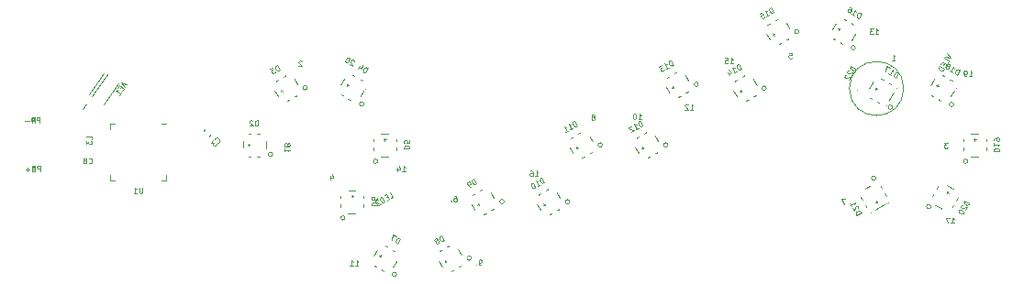
<source format=gbr>
G04 #@! TF.GenerationSoftware,KiCad,Pcbnew,(5.1.10)-1*
G04 #@! TF.CreationDate,2021-06-26T09:27:45-04:00*
G04 #@! TF.ProjectId,Main,4d61696e-2e6b-4696-9361-645f70636258,5*
G04 #@! TF.SameCoordinates,Original*
G04 #@! TF.FileFunction,Legend,Bot*
G04 #@! TF.FilePolarity,Positive*
%FSLAX46Y46*%
G04 Gerber Fmt 4.6, Leading zero omitted, Abs format (unit mm)*
G04 Created by KiCad (PCBNEW (5.1.10)-1) date 2021-06-26 09:27:45*
%MOMM*%
%LPD*%
G01*
G04 APERTURE LIST*
%ADD10C,0.050000*%
%ADD11C,0.100000*%
%ADD12C,0.120000*%
%ADD13C,0.500000*%
%ADD14C,2.500000*%
%ADD15C,1.500000*%
G04 APERTURE END LIST*
D10*
X183720000Y-98920000D02*
G75*
G03*
X183720000Y-98920000I-2500000J0D01*
G01*
D11*
X103580476Y-106616190D02*
X103580476Y-106116190D01*
X103390000Y-106116190D01*
X103342380Y-106140000D01*
X103318571Y-106163809D01*
X103294761Y-106211428D01*
X103294761Y-106282857D01*
X103318571Y-106330476D01*
X103342380Y-106354285D01*
X103390000Y-106378095D01*
X103580476Y-106378095D01*
X103080476Y-106425714D02*
X102699523Y-106425714D01*
X102890000Y-106616190D02*
X102890000Y-106235238D01*
X103520476Y-102106190D02*
X103520476Y-101606190D01*
X103330000Y-101606190D01*
X103282380Y-101630000D01*
X103258571Y-101653809D01*
X103234761Y-101701428D01*
X103234761Y-101772857D01*
X103258571Y-101820476D01*
X103282380Y-101844285D01*
X103330000Y-101868095D01*
X103520476Y-101868095D01*
X103020476Y-101915714D02*
X102639523Y-101915714D01*
X110500000Y-97250000D02*
X108000000Y-100800000D01*
X178336666Y-109146190D02*
X178003333Y-109146190D01*
X178217619Y-109646190D01*
X188095238Y-111356190D02*
X188380952Y-111356190D01*
X188238095Y-111356190D02*
X188238095Y-110856190D01*
X188285714Y-110927619D01*
X188333333Y-110975238D01*
X188380952Y-110999047D01*
X187928571Y-110856190D02*
X187595238Y-110856190D01*
X187809523Y-111356190D01*
X187766666Y-103926190D02*
X187457142Y-103926190D01*
X187623809Y-104116666D01*
X187552380Y-104116666D01*
X187504761Y-104140476D01*
X187480952Y-104164285D01*
X187457142Y-104211904D01*
X187457142Y-104330952D01*
X187480952Y-104378571D01*
X187504761Y-104402380D01*
X187552380Y-104426190D01*
X187695238Y-104426190D01*
X187742857Y-104402380D01*
X187766666Y-104378571D01*
X189735238Y-97776190D02*
X190020952Y-97776190D01*
X189878095Y-97776190D02*
X189878095Y-97276190D01*
X189925714Y-97347619D01*
X189973333Y-97395238D01*
X190020952Y-97419047D01*
X189497142Y-97776190D02*
X189401904Y-97776190D01*
X189354285Y-97752380D01*
X189330476Y-97728571D01*
X189282857Y-97657142D01*
X189259047Y-97561904D01*
X189259047Y-97371428D01*
X189282857Y-97323809D01*
X189306666Y-97300000D01*
X189354285Y-97276190D01*
X189449523Y-97276190D01*
X189497142Y-97300000D01*
X189520952Y-97323809D01*
X189544761Y-97371428D01*
X189544761Y-97490476D01*
X189520952Y-97538095D01*
X189497142Y-97561904D01*
X189449523Y-97585714D01*
X189354285Y-97585714D01*
X189306666Y-97561904D01*
X189282857Y-97538095D01*
X189259047Y-97490476D01*
X182627142Y-96306190D02*
X182912857Y-96306190D01*
X182770000Y-96306190D02*
X182770000Y-95806190D01*
X182817619Y-95877619D01*
X182865238Y-95925238D01*
X182912857Y-95949047D01*
X181070238Y-93901190D02*
X181355952Y-93901190D01*
X181213095Y-93901190D02*
X181213095Y-93401190D01*
X181260714Y-93472619D01*
X181308333Y-93520238D01*
X181355952Y-93544047D01*
X180903571Y-93401190D02*
X180594047Y-93401190D01*
X180760714Y-93591666D01*
X180689285Y-93591666D01*
X180641666Y-93615476D01*
X180617857Y-93639285D01*
X180594047Y-93686904D01*
X180594047Y-93805952D01*
X180617857Y-93853571D01*
X180641666Y-93877380D01*
X180689285Y-93901190D01*
X180832142Y-93901190D01*
X180879761Y-93877380D01*
X180903571Y-93853571D01*
X173130952Y-95626190D02*
X173369047Y-95626190D01*
X173392857Y-95864285D01*
X173369047Y-95840476D01*
X173321428Y-95816666D01*
X173202380Y-95816666D01*
X173154761Y-95840476D01*
X173130952Y-95864285D01*
X173107142Y-95911904D01*
X173107142Y-96030952D01*
X173130952Y-96078571D01*
X173154761Y-96102380D01*
X173202380Y-96126190D01*
X173321428Y-96126190D01*
X173369047Y-96102380D01*
X173392857Y-96078571D01*
X167705238Y-96596190D02*
X167990952Y-96596190D01*
X167848095Y-96596190D02*
X167848095Y-96096190D01*
X167895714Y-96167619D01*
X167943333Y-96215238D01*
X167990952Y-96239047D01*
X167252857Y-96096190D02*
X167490952Y-96096190D01*
X167514761Y-96334285D01*
X167490952Y-96310476D01*
X167443333Y-96286666D01*
X167324285Y-96286666D01*
X167276666Y-96310476D01*
X167252857Y-96334285D01*
X167229047Y-96381904D01*
X167229047Y-96500952D01*
X167252857Y-96548571D01*
X167276666Y-96572380D01*
X167324285Y-96596190D01*
X167443333Y-96596190D01*
X167490952Y-96572380D01*
X167514761Y-96548571D01*
X163995238Y-100876190D02*
X164280952Y-100876190D01*
X164138095Y-100876190D02*
X164138095Y-100376190D01*
X164185714Y-100447619D01*
X164233333Y-100495238D01*
X164280952Y-100519047D01*
X163804761Y-100423809D02*
X163780952Y-100400000D01*
X163733333Y-100376190D01*
X163614285Y-100376190D01*
X163566666Y-100400000D01*
X163542857Y-100423809D01*
X163519047Y-100471428D01*
X163519047Y-100519047D01*
X163542857Y-100590476D01*
X163828571Y-100876190D01*
X163519047Y-100876190D01*
X159225238Y-101756190D02*
X159510952Y-101756190D01*
X159368095Y-101756190D02*
X159368095Y-101256190D01*
X159415714Y-101327619D01*
X159463333Y-101375238D01*
X159510952Y-101399047D01*
X158915714Y-101256190D02*
X158868095Y-101256190D01*
X158820476Y-101280000D01*
X158796666Y-101303809D01*
X158772857Y-101351428D01*
X158749047Y-101446666D01*
X158749047Y-101565714D01*
X158772857Y-101660952D01*
X158796666Y-101708571D01*
X158820476Y-101732380D01*
X158868095Y-101756190D01*
X158915714Y-101756190D01*
X158963333Y-101732380D01*
X158987142Y-101708571D01*
X159010952Y-101660952D01*
X159034761Y-101565714D01*
X159034761Y-101446666D01*
X159010952Y-101351428D01*
X158987142Y-101303809D01*
X158963333Y-101280000D01*
X158915714Y-101256190D01*
X155097619Y-101540476D02*
X155145238Y-101516666D01*
X155169047Y-101492857D01*
X155192857Y-101445238D01*
X155192857Y-101421428D01*
X155169047Y-101373809D01*
X155145238Y-101350000D01*
X155097619Y-101326190D01*
X155002380Y-101326190D01*
X154954761Y-101350000D01*
X154930952Y-101373809D01*
X154907142Y-101421428D01*
X154907142Y-101445238D01*
X154930952Y-101492857D01*
X154954761Y-101516666D01*
X155002380Y-101540476D01*
X155097619Y-101540476D01*
X155145238Y-101564285D01*
X155169047Y-101588095D01*
X155192857Y-101635714D01*
X155192857Y-101730952D01*
X155169047Y-101778571D01*
X155145238Y-101802380D01*
X155097619Y-101826190D01*
X155002380Y-101826190D01*
X154954761Y-101802380D01*
X154930952Y-101778571D01*
X154907142Y-101730952D01*
X154907142Y-101635714D01*
X154930952Y-101588095D01*
X154954761Y-101564285D01*
X155002380Y-101540476D01*
X149705238Y-107026190D02*
X149990952Y-107026190D01*
X149848095Y-107026190D02*
X149848095Y-106526190D01*
X149895714Y-106597619D01*
X149943333Y-106645238D01*
X149990952Y-106669047D01*
X149276666Y-106526190D02*
X149371904Y-106526190D01*
X149419523Y-106550000D01*
X149443333Y-106573809D01*
X149490952Y-106645238D01*
X149514761Y-106740476D01*
X149514761Y-106930952D01*
X149490952Y-106978571D01*
X149467142Y-107002380D01*
X149419523Y-107026190D01*
X149324285Y-107026190D01*
X149276666Y-107002380D01*
X149252857Y-106978571D01*
X149229047Y-106930952D01*
X149229047Y-106811904D01*
X149252857Y-106764285D01*
X149276666Y-106740476D01*
X149324285Y-106716666D01*
X149419523Y-106716666D01*
X149467142Y-106740476D01*
X149490952Y-106764285D01*
X149514761Y-106811904D01*
X142233809Y-108846190D02*
X142329047Y-108846190D01*
X142376666Y-108870000D01*
X142400476Y-108893809D01*
X142448095Y-108965238D01*
X142471904Y-109060476D01*
X142471904Y-109250952D01*
X142448095Y-109298571D01*
X142424285Y-109322380D01*
X142376666Y-109346190D01*
X142281428Y-109346190D01*
X142233809Y-109322380D01*
X142210000Y-109298571D01*
X142186190Y-109250952D01*
X142186190Y-109131904D01*
X142210000Y-109084285D01*
X142233809Y-109060476D01*
X142281428Y-109036666D01*
X142376666Y-109036666D01*
X142424285Y-109060476D01*
X142448095Y-109084285D01*
X142471904Y-109131904D01*
X141971904Y-109298571D02*
X141948095Y-109322380D01*
X141971904Y-109346190D01*
X141995714Y-109322380D01*
X141971904Y-109298571D01*
X141971904Y-109346190D01*
X144739285Y-115226190D02*
X144644047Y-115226190D01*
X144596428Y-115202380D01*
X144572619Y-115178571D01*
X144525000Y-115107142D01*
X144501190Y-115011904D01*
X144501190Y-114821428D01*
X144525000Y-114773809D01*
X144548809Y-114750000D01*
X144596428Y-114726190D01*
X144691666Y-114726190D01*
X144739285Y-114750000D01*
X144763095Y-114773809D01*
X144786904Y-114821428D01*
X144786904Y-114940476D01*
X144763095Y-114988095D01*
X144739285Y-115011904D01*
X144691666Y-115035714D01*
X144596428Y-115035714D01*
X144548809Y-115011904D01*
X144525000Y-114988095D01*
X144501190Y-114940476D01*
X144286904Y-115178571D02*
X144263095Y-115202380D01*
X144286904Y-115226190D01*
X144310714Y-115202380D01*
X144286904Y-115178571D01*
X144286904Y-115226190D01*
X133095238Y-115276190D02*
X133380952Y-115276190D01*
X133238095Y-115276190D02*
X133238095Y-114776190D01*
X133285714Y-114847619D01*
X133333333Y-114895238D01*
X133380952Y-114919047D01*
X132619047Y-115276190D02*
X132904761Y-115276190D01*
X132761904Y-115276190D02*
X132761904Y-114776190D01*
X132809523Y-114847619D01*
X132857142Y-114895238D01*
X132904761Y-114919047D01*
X130854761Y-107042857D02*
X130854761Y-107376190D01*
X130973809Y-106852380D02*
X131092857Y-107209523D01*
X130783333Y-107209523D01*
X137445238Y-106576190D02*
X137730952Y-106576190D01*
X137588095Y-106576190D02*
X137588095Y-106076190D01*
X137635714Y-106147619D01*
X137683333Y-106195238D01*
X137730952Y-106219047D01*
X137016666Y-106242857D02*
X137016666Y-106576190D01*
X137135714Y-106052380D02*
X137254761Y-106409523D01*
X136945238Y-106409523D01*
X133033009Y-96414589D02*
X133024294Y-96382065D01*
X132994960Y-96337635D01*
X132891861Y-96278112D01*
X132838717Y-96274922D01*
X132806193Y-96283637D01*
X132761764Y-96312971D01*
X132737954Y-96354210D01*
X132722860Y-96427974D01*
X132827438Y-96818267D01*
X132559383Y-96663505D01*
X132541327Y-96075731D02*
X132500088Y-96051921D01*
X132446944Y-96048731D01*
X132414420Y-96057446D01*
X132369990Y-96086781D01*
X132301752Y-96157355D01*
X132242228Y-96260453D01*
X132215229Y-96354836D01*
X132212039Y-96407980D01*
X132220754Y-96440505D01*
X132250088Y-96484934D01*
X132291327Y-96508743D01*
X132344471Y-96511933D01*
X132376996Y-96503218D01*
X132421425Y-96473884D01*
X132489664Y-96403310D01*
X132549188Y-96300212D01*
X132576187Y-96205828D01*
X132579377Y-96152684D01*
X132570662Y-96120160D01*
X132541327Y-96075731D01*
X128182857Y-96413809D02*
X128159047Y-96390000D01*
X128111428Y-96366190D01*
X127992380Y-96366190D01*
X127944761Y-96390000D01*
X127920952Y-96413809D01*
X127897142Y-96461428D01*
X127897142Y-96509047D01*
X127920952Y-96580476D01*
X128206666Y-96866190D01*
X127897142Y-96866190D01*
X126573809Y-104470238D02*
X126573809Y-104755952D01*
X126573809Y-104613095D02*
X127073809Y-104613095D01*
X127002380Y-104660714D01*
X126954761Y-104708333D01*
X126930952Y-104755952D01*
X126859523Y-104184523D02*
X126883333Y-104232142D01*
X126907142Y-104255952D01*
X126954761Y-104279761D01*
X126978571Y-104279761D01*
X127026190Y-104255952D01*
X127050000Y-104232142D01*
X127073809Y-104184523D01*
X127073809Y-104089285D01*
X127050000Y-104041666D01*
X127026190Y-104017857D01*
X126978571Y-103994047D01*
X126954761Y-103994047D01*
X126907142Y-104017857D01*
X126883333Y-104041666D01*
X126859523Y-104089285D01*
X126859523Y-104184523D01*
X126835714Y-104232142D01*
X126811904Y-104255952D01*
X126764285Y-104279761D01*
X126669047Y-104279761D01*
X126621428Y-104255952D01*
X126597619Y-104232142D01*
X126573809Y-104184523D01*
X126573809Y-104089285D01*
X126597619Y-104041666D01*
X126621428Y-104017857D01*
X126669047Y-103994047D01*
X126764285Y-103994047D01*
X126811904Y-104017857D01*
X126835714Y-104041666D01*
X126859523Y-104089285D01*
X111248533Y-98418438D02*
X109871950Y-100384403D01*
X109937890Y-97500716D02*
X108561307Y-99466681D01*
X179535673Y-108565673D02*
X181354327Y-107515673D01*
X180585673Y-110384327D02*
X179535673Y-108565673D01*
X182404327Y-109334327D02*
X180585673Y-110384327D01*
X181354327Y-107515673D02*
X182404327Y-109334327D01*
X181156122Y-107225962D02*
G75*
G03*
X181156122Y-107225962I-200000J0D01*
G01*
X181306603Y-109333013D02*
X181133397Y-109433013D01*
X181170000Y-109296410D02*
X181270000Y-109469615D01*
X187904327Y-110394327D02*
X186085673Y-109344327D01*
X188954327Y-108575673D02*
X187904327Y-110394327D01*
X187135673Y-107525673D02*
X188954327Y-108575673D01*
X186085673Y-109344327D02*
X187135673Y-107525673D01*
X186233878Y-109834038D02*
G75*
G03*
X186233878Y-109834038I-200000J0D01*
G01*
X187683397Y-108476987D02*
X187856603Y-108576987D01*
X187720000Y-108613590D02*
X187820000Y-108440385D01*
X191340000Y-105200000D02*
X189240000Y-105200000D01*
X191340000Y-103100000D02*
X191340000Y-105200000D01*
X189240000Y-103100000D02*
X191340000Y-103100000D01*
X189240000Y-105200000D02*
X189240000Y-103100000D01*
X189640000Y-105650000D02*
G75*
G03*
X189640000Y-105650000I-200000J0D01*
G01*
X190190000Y-103650000D02*
X190390000Y-103650000D01*
X190290000Y-103750000D02*
X190290000Y-103550000D01*
X188694327Y-98525673D02*
X187644327Y-100344327D01*
X186875673Y-97475673D02*
X188694327Y-98525673D01*
X185825673Y-99294327D02*
X186875673Y-97475673D01*
X187644327Y-100344327D02*
X185825673Y-99294327D01*
X188334038Y-100396122D02*
G75*
G03*
X188334038Y-100396122I-200000J0D01*
G01*
X186776987Y-98746603D02*
X186876987Y-98573397D01*
X186913590Y-98710000D02*
X186740385Y-98610000D01*
X183054327Y-98785673D02*
X182004327Y-100604327D01*
X181235673Y-97735673D02*
X183054327Y-98785673D01*
X180185673Y-99554327D02*
X181235673Y-97735673D01*
X182004327Y-100604327D02*
X180185673Y-99554327D01*
X182694038Y-100656122D02*
G75*
G03*
X182694038Y-100656122I-200000J0D01*
G01*
X181136987Y-99006603D02*
X181236987Y-98833397D01*
X181273590Y-98970000D02*
X181100385Y-98870000D01*
X179624327Y-93285673D02*
X178574327Y-95104327D01*
X177805673Y-92235673D02*
X179624327Y-93285673D01*
X176755673Y-94054327D02*
X177805673Y-92235673D01*
X178574327Y-95104327D02*
X176755673Y-94054327D01*
X179264038Y-95156122D02*
G75*
G03*
X179264038Y-95156122I-200000J0D01*
G01*
X177706987Y-93506603D02*
X177806987Y-93333397D01*
X177843590Y-93470000D02*
X177670385Y-93370000D01*
X172524327Y-92235673D02*
X173574327Y-94054327D01*
X170705673Y-93285673D02*
X172524327Y-92235673D01*
X171755673Y-95104327D02*
X170705673Y-93285673D01*
X173574327Y-94054327D02*
X171755673Y-95104327D01*
X174064038Y-93656122D02*
G75*
G03*
X174064038Y-93656122I-200000J0D01*
G01*
X171756987Y-94006603D02*
X171656987Y-93833397D01*
X171793590Y-93870000D02*
X171620385Y-93970000D01*
X169504327Y-97475673D02*
X170554327Y-99294327D01*
X167685673Y-98525673D02*
X169504327Y-97475673D01*
X168735673Y-100344327D02*
X167685673Y-98525673D01*
X170554327Y-99294327D02*
X168735673Y-100344327D01*
X171044038Y-98896122D02*
G75*
G03*
X171044038Y-98896122I-200000J0D01*
G01*
X168736987Y-99246603D02*
X168636987Y-99073397D01*
X168773590Y-99110000D02*
X168600385Y-99210000D01*
X163244327Y-97115673D02*
X164294327Y-98934327D01*
X161425673Y-98165673D02*
X163244327Y-97115673D01*
X162475673Y-99984327D02*
X161425673Y-98165673D01*
X164294327Y-98934327D02*
X162475673Y-99984327D01*
X164784038Y-98536122D02*
G75*
G03*
X164784038Y-98536122I-200000J0D01*
G01*
X162476987Y-98886603D02*
X162376987Y-98713397D01*
X162513590Y-98750000D02*
X162340385Y-98850000D01*
X160434327Y-102715673D02*
X161484327Y-104534327D01*
X158615673Y-103765673D02*
X160434327Y-102715673D01*
X159665673Y-105584327D02*
X158615673Y-103765673D01*
X161484327Y-104534327D02*
X159665673Y-105584327D01*
X161974038Y-104136122D02*
G75*
G03*
X161974038Y-104136122I-200000J0D01*
G01*
X159666987Y-104486603D02*
X159566987Y-104313397D01*
X159703590Y-104350000D02*
X159530385Y-104450000D01*
X154384327Y-102715673D02*
X155434327Y-104534327D01*
X152565673Y-103765673D02*
X154384327Y-102715673D01*
X153615673Y-105584327D02*
X152565673Y-103765673D01*
X155434327Y-104534327D02*
X153615673Y-105584327D01*
X155924038Y-104136122D02*
G75*
G03*
X155924038Y-104136122I-200000J0D01*
G01*
X153616987Y-104486603D02*
X153516987Y-104313397D01*
X153653590Y-104350000D02*
X153480385Y-104450000D01*
X151364327Y-107955673D02*
X152414327Y-109774327D01*
X149545673Y-109005673D02*
X151364327Y-107955673D01*
X150595673Y-110824327D02*
X149545673Y-109005673D01*
X152414327Y-109774327D02*
X150595673Y-110824327D01*
X152904038Y-109376122D02*
G75*
G03*
X152904038Y-109376122I-200000J0D01*
G01*
X150596987Y-109726603D02*
X150496987Y-109553397D01*
X150633590Y-109590000D02*
X150460385Y-109690000D01*
X145304327Y-107945673D02*
X146354327Y-109764327D01*
X143485673Y-108995673D02*
X145304327Y-107945673D01*
X144535673Y-110814327D02*
X143485673Y-108995673D01*
X146354327Y-109764327D02*
X144535673Y-110814327D01*
X146844038Y-109366122D02*
G75*
G03*
X146844038Y-109366122I-200000J0D01*
G01*
X144536987Y-109716603D02*
X144436987Y-109543397D01*
X144573590Y-109580000D02*
X144400385Y-109680000D01*
X142284327Y-113185673D02*
X143334327Y-115004327D01*
X140465673Y-114235673D02*
X142284327Y-113185673D01*
X141515673Y-116054327D02*
X140465673Y-114235673D01*
X143334327Y-115004327D02*
X141515673Y-116054327D01*
X143824038Y-114606122D02*
G75*
G03*
X143824038Y-114606122I-200000J0D01*
G01*
X141516987Y-114956603D02*
X141416987Y-114783397D01*
X141553590Y-114820000D02*
X141380385Y-114920000D01*
X137294327Y-114245673D02*
X136244327Y-116064327D01*
X135475673Y-113195673D02*
X137294327Y-114245673D01*
X134425673Y-115014327D02*
X135475673Y-113195673D01*
X136244327Y-116064327D02*
X134425673Y-115014327D01*
X136934038Y-116116122D02*
G75*
G03*
X136934038Y-116116122I-200000J0D01*
G01*
X135376987Y-114466603D02*
X135476987Y-114293397D01*
X135513590Y-114430000D02*
X135340385Y-114330000D01*
X133880000Y-110440000D02*
X131780000Y-110440000D01*
X133880000Y-108340000D02*
X133880000Y-110440000D01*
X131780000Y-108340000D02*
X133880000Y-108340000D01*
X131780000Y-110440000D02*
X131780000Y-108340000D01*
X132180000Y-110890000D02*
G75*
G03*
X132180000Y-110890000I-200000J0D01*
G01*
X132730000Y-108890000D02*
X132930000Y-108890000D01*
X132830000Y-108990000D02*
X132830000Y-108790000D01*
X136900000Y-105200000D02*
X134800000Y-105200000D01*
X136900000Y-103100000D02*
X136900000Y-105200000D01*
X134800000Y-103100000D02*
X136900000Y-103100000D01*
X134800000Y-105200000D02*
X134800000Y-103100000D01*
X135200000Y-105650000D02*
G75*
G03*
X135200000Y-105650000I-200000J0D01*
G01*
X135750000Y-103650000D02*
X135950000Y-103650000D01*
X135850000Y-103750000D02*
X135850000Y-103550000D01*
X134276827Y-98467805D02*
X133226827Y-100286459D01*
X132458173Y-97417805D02*
X134276827Y-98467805D01*
X131408173Y-99236459D02*
X132458173Y-97417805D01*
X133226827Y-100286459D02*
X131408173Y-99236459D01*
X133916538Y-100338254D02*
G75*
G03*
X133916538Y-100338254I-200000J0D01*
G01*
X132359487Y-98688735D02*
X132459487Y-98515529D01*
X132496090Y-98652132D02*
X132322885Y-98552132D01*
X127144327Y-97445673D02*
X128194327Y-99264327D01*
X125325673Y-98495673D02*
X127144327Y-97445673D01*
X126375673Y-100314327D02*
X125325673Y-98495673D01*
X128194327Y-99264327D02*
X126375673Y-100314327D01*
X128684038Y-98866122D02*
G75*
G03*
X128684038Y-98866122I-200000J0D01*
G01*
X126376987Y-99216603D02*
X126276987Y-99043397D01*
X126413590Y-99080000D02*
X126240385Y-99180000D01*
X124855000Y-103100000D02*
X124855000Y-105200000D01*
X122755000Y-103100000D02*
X124855000Y-103100000D01*
X122755000Y-105200000D02*
X122755000Y-103100000D01*
X124855000Y-105200000D02*
X122755000Y-105200000D01*
X125505000Y-105000000D02*
G75*
G03*
X125505000Y-105000000I-200000J0D01*
G01*
X123305000Y-104250000D02*
X123305000Y-104050000D01*
X123405000Y-104150000D02*
X123205000Y-104150000D01*
D12*
X119099190Y-102851693D02*
X119251693Y-102699190D01*
X119608307Y-103360810D02*
X119760810Y-103208307D01*
D11*
X179435001Y-99093968D02*
G75*
G03*
X179435001Y-99093968I-50001J0D01*
G01*
D12*
X110935000Y-102200000D02*
X110460000Y-102200000D01*
X110460000Y-102200000D02*
X110460000Y-102675000D01*
X115205000Y-107420000D02*
X115680000Y-107420000D01*
X115680000Y-107420000D02*
X115680000Y-106945000D01*
X110935000Y-107420000D02*
X110460000Y-107420000D01*
X110460000Y-107420000D02*
X110460000Y-106945000D01*
X115205000Y-102200000D02*
X115680000Y-102200000D01*
D11*
X111892688Y-98475077D02*
X111756123Y-98670113D01*
X112037023Y-98518009D02*
X111531851Y-98367746D01*
X111845831Y-98791060D01*
X111535695Y-98777363D02*
X111440099Y-98913888D01*
X111613669Y-99122621D02*
X111750235Y-98927585D01*
X111340659Y-98640797D01*
X111204093Y-98835833D01*
X111340538Y-99512694D02*
X111504417Y-99278650D01*
X111422477Y-99395672D02*
X111012901Y-99108884D01*
X111098725Y-99110846D01*
X111165046Y-99099152D01*
X111211862Y-99073802D01*
X136377657Y-109051124D02*
X136583853Y-108932077D01*
X136333853Y-108499064D01*
X136102367Y-108907641D02*
X135958029Y-108990975D01*
X136027122Y-109253505D02*
X136233319Y-109134458D01*
X135983319Y-108701445D01*
X135777122Y-108820493D01*
X135841546Y-109360648D02*
X135591546Y-108927635D01*
X135488447Y-108987159D01*
X135438493Y-109043493D01*
X135421063Y-109108542D01*
X135424253Y-109161686D01*
X135451253Y-109256069D01*
X135486967Y-109317928D01*
X135555206Y-109388502D01*
X135599635Y-109417837D01*
X135664684Y-109435267D01*
X135738447Y-109420172D01*
X135841546Y-109360648D01*
X135202962Y-109206970D02*
X135170438Y-109198255D01*
X135117294Y-109201445D01*
X135014195Y-109260969D01*
X134984861Y-109305398D01*
X134976146Y-109337922D01*
X134979336Y-109391066D01*
X135003145Y-109432306D01*
X135059479Y-109482260D01*
X135449772Y-109586839D01*
X135181717Y-109741600D01*
X187705525Y-95680857D02*
X188055204Y-96075195D01*
X187538858Y-95969532D01*
X187769490Y-96570066D02*
X187888537Y-96363870D01*
X187455525Y-96113870D01*
X187459340Y-96583451D02*
X187376007Y-96727789D01*
X187567109Y-96920600D02*
X187686156Y-96714404D01*
X187253144Y-96464404D01*
X187134096Y-96670600D01*
X187459966Y-97106177D02*
X187026953Y-96856177D01*
X186967429Y-96959276D01*
X186952335Y-97033039D01*
X186969764Y-97098088D01*
X186999099Y-97142517D01*
X187069673Y-97210756D01*
X187131532Y-97246470D01*
X187225915Y-97273470D01*
X187279059Y-97276660D01*
X187344108Y-97259230D01*
X187400442Y-97209276D01*
X187459966Y-97106177D01*
X103999047Y-102076190D02*
X103999047Y-101576190D01*
X103808571Y-101576190D01*
X103760952Y-101600000D01*
X103737142Y-101623809D01*
X103713333Y-101671428D01*
X103713333Y-101742857D01*
X103737142Y-101790476D01*
X103760952Y-101814285D01*
X103808571Y-101838095D01*
X103999047Y-101838095D01*
X103284761Y-101742857D02*
X103284761Y-102076190D01*
X103403809Y-101552380D02*
X103522857Y-101909523D01*
X103213333Y-101909523D01*
X104049047Y-106576190D02*
X104049047Y-106076190D01*
X103858571Y-106076190D01*
X103810952Y-106100000D01*
X103787142Y-106123809D01*
X103763333Y-106171428D01*
X103763333Y-106242857D01*
X103787142Y-106290476D01*
X103810952Y-106314285D01*
X103858571Y-106338095D01*
X104049047Y-106338095D01*
X103596666Y-106076190D02*
X103287142Y-106076190D01*
X103453809Y-106266666D01*
X103382380Y-106266666D01*
X103334761Y-106290476D01*
X103310952Y-106314285D01*
X103287142Y-106361904D01*
X103287142Y-106480952D01*
X103310952Y-106528571D01*
X103334761Y-106552380D01*
X103382380Y-106576190D01*
X103525238Y-106576190D01*
X103572857Y-106552380D01*
X103596666Y-106528571D01*
X179370633Y-110632197D02*
X179803646Y-110382197D01*
X179744122Y-110279099D01*
X179687788Y-110229144D01*
X179622739Y-110211715D01*
X179569595Y-110214905D01*
X179475212Y-110241904D01*
X179413353Y-110277618D01*
X179342779Y-110345857D01*
X179313445Y-110390286D01*
X179296015Y-110455335D01*
X179311109Y-110529099D01*
X179370633Y-110632197D01*
X179524311Y-109993613D02*
X179533026Y-109961089D01*
X179529836Y-109907945D01*
X179470313Y-109804847D01*
X179425883Y-109775512D01*
X179393359Y-109766797D01*
X179340215Y-109769987D01*
X179298976Y-109793797D01*
X179249021Y-109850131D01*
X179144443Y-110240423D01*
X178989681Y-109972368D01*
X178751586Y-109559975D02*
X178894443Y-109807411D01*
X178823014Y-109683693D02*
X179256027Y-109433693D01*
X179217977Y-109510646D01*
X179200548Y-109575695D01*
X179203738Y-109628839D01*
X189776509Y-109503993D02*
X189343496Y-109253993D01*
X189283972Y-109357091D01*
X189268877Y-109430855D01*
X189286307Y-109495903D01*
X189315642Y-109540333D01*
X189386216Y-109608571D01*
X189448075Y-109644286D01*
X189542458Y-109671285D01*
X189595602Y-109674475D01*
X189660651Y-109657045D01*
X189716985Y-109607091D01*
X189776509Y-109503993D01*
X189146640Y-109690195D02*
X189114116Y-109698910D01*
X189069686Y-109728245D01*
X189010163Y-109831343D01*
X189006973Y-109884487D01*
X189015688Y-109917011D01*
X189045022Y-109961441D01*
X189086261Y-109985250D01*
X189160025Y-110000345D01*
X189550318Y-109895766D01*
X189395556Y-110163821D01*
X188807782Y-110181877D02*
X188783972Y-110223116D01*
X188780782Y-110276260D01*
X188789497Y-110308785D01*
X188818832Y-110353214D01*
X188889406Y-110421453D01*
X188992504Y-110480976D01*
X189086887Y-110507976D01*
X189140031Y-110511166D01*
X189172556Y-110502451D01*
X189216985Y-110473116D01*
X189240794Y-110431877D01*
X189243984Y-110378733D01*
X189235269Y-110346208D01*
X189205935Y-110301779D01*
X189135361Y-110233541D01*
X189032263Y-110174017D01*
X188937879Y-110147017D01*
X188884735Y-110143828D01*
X188852211Y-110152542D01*
X188807782Y-110181877D01*
X192063809Y-104707142D02*
X192563809Y-104707142D01*
X192563809Y-104588095D01*
X192540000Y-104516666D01*
X192492380Y-104469047D01*
X192444761Y-104445238D01*
X192349523Y-104421428D01*
X192278095Y-104421428D01*
X192182857Y-104445238D01*
X192135238Y-104469047D01*
X192087619Y-104516666D01*
X192063809Y-104588095D01*
X192063809Y-104707142D01*
X192063809Y-103945238D02*
X192063809Y-104230952D01*
X192063809Y-104088095D02*
X192563809Y-104088095D01*
X192492380Y-104135714D01*
X192444761Y-104183333D01*
X192420952Y-104230952D01*
X192063809Y-103707142D02*
X192063809Y-103611904D01*
X192087619Y-103564285D01*
X192111428Y-103540476D01*
X192182857Y-103492857D01*
X192278095Y-103469047D01*
X192468571Y-103469047D01*
X192516190Y-103492857D01*
X192540000Y-103516666D01*
X192563809Y-103564285D01*
X192563809Y-103659523D01*
X192540000Y-103707142D01*
X192516190Y-103730952D01*
X192468571Y-103754761D01*
X192349523Y-103754761D01*
X192301904Y-103730952D01*
X192278095Y-103707142D01*
X192254285Y-103659523D01*
X192254285Y-103564285D01*
X192278095Y-103516666D01*
X192301904Y-103492857D01*
X192349523Y-103469047D01*
X188629404Y-97652407D02*
X188879404Y-97219394D01*
X188776306Y-97159870D01*
X188702542Y-97144775D01*
X188637494Y-97162205D01*
X188593064Y-97191540D01*
X188524826Y-97262114D01*
X188489111Y-97323973D01*
X188462112Y-97418356D01*
X188458922Y-97471500D01*
X188476352Y-97536549D01*
X188526306Y-97592883D01*
X188629404Y-97652407D01*
X187969576Y-97271454D02*
X188217011Y-97414311D01*
X188093293Y-97342883D02*
X188343293Y-96909870D01*
X188348818Y-96995539D01*
X188366248Y-97060587D01*
X188395583Y-97105017D01*
X187864997Y-96881161D02*
X187918141Y-96884351D01*
X187950665Y-96875636D01*
X187995094Y-96846302D01*
X188006999Y-96825682D01*
X188010189Y-96772538D01*
X188001474Y-96740014D01*
X187972140Y-96695584D01*
X187889661Y-96647965D01*
X187836517Y-96644775D01*
X187803993Y-96653490D01*
X187759563Y-96682825D01*
X187747659Y-96703445D01*
X187744469Y-96756589D01*
X187753184Y-96789113D01*
X187782518Y-96833542D01*
X187864997Y-96881161D01*
X187894331Y-96925590D01*
X187903046Y-96958115D01*
X187899856Y-97011259D01*
X187852237Y-97093738D01*
X187807808Y-97123072D01*
X187775284Y-97131787D01*
X187722140Y-97128597D01*
X187639661Y-97080978D01*
X187610327Y-97036549D01*
X187601612Y-97004024D01*
X187604802Y-96950880D01*
X187652421Y-96868402D01*
X187696850Y-96839067D01*
X187729374Y-96830352D01*
X187782518Y-96833542D01*
X182989404Y-97912407D02*
X183239404Y-97479394D01*
X183136306Y-97419870D01*
X183062542Y-97404775D01*
X182997494Y-97422205D01*
X182953064Y-97451540D01*
X182884826Y-97522114D01*
X182849111Y-97583973D01*
X182822112Y-97678356D01*
X182818922Y-97731500D01*
X182836352Y-97796549D01*
X182886306Y-97852883D01*
X182989404Y-97912407D01*
X182329576Y-97531454D02*
X182577011Y-97674311D01*
X182453293Y-97602883D02*
X182703293Y-97169870D01*
X182708818Y-97255539D01*
X182726248Y-97320587D01*
X182755583Y-97365017D01*
X182435238Y-97015108D02*
X182146563Y-96848442D01*
X182082140Y-97388597D01*
X179559404Y-92412407D02*
X179809404Y-91979394D01*
X179706306Y-91919870D01*
X179632542Y-91904775D01*
X179567494Y-91922205D01*
X179523064Y-91951540D01*
X179454826Y-92022114D01*
X179419111Y-92083973D01*
X179392112Y-92178356D01*
X179388922Y-92231500D01*
X179406352Y-92296549D01*
X179456306Y-92352883D01*
X179559404Y-92412407D01*
X178899576Y-92031454D02*
X179147011Y-92174311D01*
X179023293Y-92102883D02*
X179273293Y-91669870D01*
X179278818Y-91755539D01*
X179296248Y-91820587D01*
X179325583Y-91865017D01*
X178778422Y-91384156D02*
X178860900Y-91431775D01*
X178890235Y-91476204D01*
X178898950Y-91508728D01*
X178904475Y-91594397D01*
X178877475Y-91688780D01*
X178782237Y-91853738D01*
X178737808Y-91883072D01*
X178705284Y-91891787D01*
X178652140Y-91888597D01*
X178569661Y-91840978D01*
X178540327Y-91796549D01*
X178531612Y-91764024D01*
X178534802Y-91710880D01*
X178594325Y-91607782D01*
X178638755Y-91578448D01*
X178671279Y-91569733D01*
X178724423Y-91572923D01*
X178806902Y-91620542D01*
X178836236Y-91664971D01*
X178844951Y-91697495D01*
X178841761Y-91750639D01*
X171735595Y-91855264D02*
X171485595Y-91422251D01*
X171382497Y-91481775D01*
X171332542Y-91538109D01*
X171315113Y-91603158D01*
X171318303Y-91656302D01*
X171345302Y-91750685D01*
X171381016Y-91812544D01*
X171449255Y-91883118D01*
X171493684Y-91912452D01*
X171558733Y-91929882D01*
X171632497Y-91914788D01*
X171735595Y-91855264D01*
X171075766Y-92236216D02*
X171323202Y-92093359D01*
X171199484Y-92164788D02*
X170949484Y-91731775D01*
X171026438Y-91769824D01*
X171091486Y-91787254D01*
X171144630Y-91784064D01*
X170433993Y-92029394D02*
X170640189Y-91910346D01*
X170779856Y-92104638D01*
X170747332Y-92095923D01*
X170694188Y-92099113D01*
X170591090Y-92158637D01*
X170561755Y-92203066D01*
X170553040Y-92235590D01*
X170556230Y-92288735D01*
X170615754Y-92391833D01*
X170660183Y-92421167D01*
X170692707Y-92429882D01*
X170745852Y-92426692D01*
X170848950Y-92367169D01*
X170878284Y-92322739D01*
X170886999Y-92290215D01*
X168715595Y-97095264D02*
X168465595Y-96662251D01*
X168362497Y-96721775D01*
X168312542Y-96778109D01*
X168295113Y-96843158D01*
X168298303Y-96896302D01*
X168325302Y-96990685D01*
X168361016Y-97052544D01*
X168429255Y-97123118D01*
X168473684Y-97152452D01*
X168538733Y-97169882D01*
X168612497Y-97154788D01*
X168715595Y-97095264D01*
X168055766Y-97476216D02*
X168303202Y-97333359D01*
X168179484Y-97404788D02*
X167929484Y-96971775D01*
X168006438Y-97009824D01*
X168071486Y-97027254D01*
X168124630Y-97024064D01*
X167517946Y-97401827D02*
X167684612Y-97690502D01*
X167525806Y-97177346D02*
X167807475Y-97427117D01*
X167539420Y-97581879D01*
X162455595Y-96735264D02*
X162205595Y-96302251D01*
X162102497Y-96361775D01*
X162052542Y-96418109D01*
X162035113Y-96483158D01*
X162038303Y-96536302D01*
X162065302Y-96630685D01*
X162101016Y-96692544D01*
X162169255Y-96763118D01*
X162213684Y-96792452D01*
X162278733Y-96809882D01*
X162352497Y-96794788D01*
X162455595Y-96735264D01*
X161795766Y-97116216D02*
X162043202Y-96973359D01*
X161919484Y-97044788D02*
X161669484Y-96611775D01*
X161746438Y-96649824D01*
X161811486Y-96667254D01*
X161864630Y-96664064D01*
X161401428Y-96766537D02*
X161133373Y-96921299D01*
X161372949Y-97002923D01*
X161311090Y-97038637D01*
X161281755Y-97083066D01*
X161273040Y-97115590D01*
X161276230Y-97168735D01*
X161335754Y-97271833D01*
X161380183Y-97301167D01*
X161412707Y-97309882D01*
X161465852Y-97306692D01*
X161589569Y-97235264D01*
X161618904Y-97190835D01*
X161627619Y-97158310D01*
X159645595Y-102335264D02*
X159395595Y-101902251D01*
X159292497Y-101961775D01*
X159242542Y-102018109D01*
X159225113Y-102083158D01*
X159228303Y-102136302D01*
X159255302Y-102230685D01*
X159291016Y-102292544D01*
X159359255Y-102363118D01*
X159403684Y-102392452D01*
X159468733Y-102409882D01*
X159542497Y-102394788D01*
X159645595Y-102335264D01*
X158985766Y-102716216D02*
X159233202Y-102573359D01*
X159109484Y-102644788D02*
X158859484Y-102211775D01*
X158936438Y-102249824D01*
X159001486Y-102267254D01*
X159054630Y-102264064D01*
X158594618Y-102419681D02*
X158562094Y-102410966D01*
X158508950Y-102414156D01*
X158405852Y-102473680D01*
X158376517Y-102518109D01*
X158367802Y-102550633D01*
X158370992Y-102603777D01*
X158394802Y-102645017D01*
X158451135Y-102694971D01*
X158841428Y-102799549D01*
X158573373Y-102954311D01*
X153595595Y-102335264D02*
X153345595Y-101902251D01*
X153242497Y-101961775D01*
X153192542Y-102018109D01*
X153175113Y-102083158D01*
X153178303Y-102136302D01*
X153205302Y-102230685D01*
X153241016Y-102292544D01*
X153309255Y-102363118D01*
X153353684Y-102392452D01*
X153418733Y-102409882D01*
X153492497Y-102394788D01*
X153595595Y-102335264D01*
X152935766Y-102716216D02*
X153183202Y-102573359D01*
X153059484Y-102644788D02*
X152809484Y-102211775D01*
X152886438Y-102249824D01*
X152951486Y-102267254D01*
X153004630Y-102264064D01*
X152523373Y-102954311D02*
X152770809Y-102811454D01*
X152647091Y-102882883D02*
X152397091Y-102449870D01*
X152474044Y-102487920D01*
X152539093Y-102505349D01*
X152592237Y-102502159D01*
X150575595Y-107575264D02*
X150325595Y-107142251D01*
X150222497Y-107201775D01*
X150172542Y-107258109D01*
X150155113Y-107323158D01*
X150158303Y-107376302D01*
X150185302Y-107470685D01*
X150221016Y-107532544D01*
X150289255Y-107603118D01*
X150333684Y-107632452D01*
X150398733Y-107649882D01*
X150472497Y-107634788D01*
X150575595Y-107575264D01*
X149915766Y-107956216D02*
X150163202Y-107813359D01*
X150039484Y-107884788D02*
X149789484Y-107451775D01*
X149866438Y-107489824D01*
X149931486Y-107507254D01*
X149984630Y-107504064D01*
X149397711Y-107677965D02*
X149356471Y-107701775D01*
X149327137Y-107746204D01*
X149318422Y-107778728D01*
X149321612Y-107831873D01*
X149348611Y-107926256D01*
X149408135Y-108029354D01*
X149476374Y-108099928D01*
X149520803Y-108129263D01*
X149553327Y-108137977D01*
X149606471Y-108134788D01*
X149647711Y-108110978D01*
X149677045Y-108066549D01*
X149685760Y-108034024D01*
X149682570Y-107980880D01*
X149655571Y-107886497D01*
X149596047Y-107783399D01*
X149527808Y-107712825D01*
X149483379Y-107683490D01*
X149450855Y-107674775D01*
X149397711Y-107677965D01*
X144309398Y-107684311D02*
X144059398Y-107251299D01*
X143956300Y-107310822D01*
X143906346Y-107367156D01*
X143888916Y-107432205D01*
X143892106Y-107485349D01*
X143919105Y-107579733D01*
X143954820Y-107641592D01*
X144023058Y-107712166D01*
X144067488Y-107741500D01*
X144132536Y-107758930D01*
X144206300Y-107743835D01*
X144309398Y-107684311D01*
X143855766Y-107946216D02*
X143773287Y-107993835D01*
X143720143Y-107997025D01*
X143687619Y-107988310D01*
X143610665Y-107950261D01*
X143542427Y-107879687D01*
X143447189Y-107714730D01*
X143443999Y-107661586D01*
X143452714Y-107629061D01*
X143482048Y-107584632D01*
X143564527Y-107537013D01*
X143617671Y-107533823D01*
X143650195Y-107542538D01*
X143694624Y-107571873D01*
X143754148Y-107674971D01*
X143757338Y-107728115D01*
X143748623Y-107760639D01*
X143719289Y-107805068D01*
X143636810Y-107852688D01*
X143583666Y-107855877D01*
X143551142Y-107847162D01*
X143506712Y-107817828D01*
X141289398Y-112924311D02*
X141039398Y-112491299D01*
X140936300Y-112550822D01*
X140886346Y-112607156D01*
X140868916Y-112672205D01*
X140872106Y-112725349D01*
X140899105Y-112819733D01*
X140934820Y-112881592D01*
X141003058Y-112952166D01*
X141047488Y-112981500D01*
X141112536Y-112998930D01*
X141186300Y-112983835D01*
X141289398Y-112924311D01*
X140651670Y-112962590D02*
X140681004Y-112918161D01*
X140689719Y-112885636D01*
X140686529Y-112832492D01*
X140674624Y-112811873D01*
X140630195Y-112782538D01*
X140597671Y-112773823D01*
X140544527Y-112777013D01*
X140462048Y-112824632D01*
X140432714Y-112869061D01*
X140423999Y-112901586D01*
X140427189Y-112954730D01*
X140439093Y-112975349D01*
X140483522Y-113004684D01*
X140516047Y-113013399D01*
X140569191Y-113010209D01*
X140651670Y-112962590D01*
X140704814Y-112959400D01*
X140737338Y-112968115D01*
X140781767Y-112997449D01*
X140829386Y-113079928D01*
X140832576Y-113133072D01*
X140823861Y-113165596D01*
X140794527Y-113210026D01*
X140712048Y-113257645D01*
X140658904Y-113260835D01*
X140626380Y-113252120D01*
X140581950Y-113222785D01*
X140534331Y-113140307D01*
X140531142Y-113087162D01*
X140539856Y-113054638D01*
X140569191Y-113010209D01*
X137023208Y-113253359D02*
X137273208Y-112820346D01*
X137170110Y-112760822D01*
X137096346Y-112745728D01*
X137031297Y-112763158D01*
X136986868Y-112792492D01*
X136918629Y-112863066D01*
X136882915Y-112924925D01*
X136855916Y-113019308D01*
X136852726Y-113072452D01*
X136870155Y-113137501D01*
X136920110Y-113193835D01*
X137023208Y-113253359D01*
X136881434Y-112594156D02*
X136592759Y-112427489D01*
X136528336Y-112967645D01*
X134603809Y-109709047D02*
X135103809Y-109709047D01*
X135103809Y-109590000D01*
X135080000Y-109518571D01*
X135032380Y-109470952D01*
X134984761Y-109447142D01*
X134889523Y-109423333D01*
X134818095Y-109423333D01*
X134722857Y-109447142D01*
X134675238Y-109470952D01*
X134627619Y-109518571D01*
X134603809Y-109590000D01*
X134603809Y-109709047D01*
X135103809Y-108994761D02*
X135103809Y-109090000D01*
X135080000Y-109137619D01*
X135056190Y-109161428D01*
X134984761Y-109209047D01*
X134889523Y-109232857D01*
X134699047Y-109232857D01*
X134651428Y-109209047D01*
X134627619Y-109185238D01*
X134603809Y-109137619D01*
X134603809Y-109042380D01*
X134627619Y-108994761D01*
X134651428Y-108970952D01*
X134699047Y-108947142D01*
X134818095Y-108947142D01*
X134865714Y-108970952D01*
X134889523Y-108994761D01*
X134913333Y-109042380D01*
X134913333Y-109137619D01*
X134889523Y-109185238D01*
X134865714Y-109209047D01*
X134818095Y-109232857D01*
X137623809Y-104469047D02*
X138123809Y-104469047D01*
X138123809Y-104350000D01*
X138100000Y-104278571D01*
X138052380Y-104230952D01*
X138004761Y-104207142D01*
X137909523Y-104183333D01*
X137838095Y-104183333D01*
X137742857Y-104207142D01*
X137695238Y-104230952D01*
X137647619Y-104278571D01*
X137623809Y-104350000D01*
X137623809Y-104469047D01*
X138123809Y-103730952D02*
X138123809Y-103969047D01*
X137885714Y-103992857D01*
X137909523Y-103969047D01*
X137933333Y-103921428D01*
X137933333Y-103802380D01*
X137909523Y-103754761D01*
X137885714Y-103730952D01*
X137838095Y-103707142D01*
X137719047Y-103707142D01*
X137671428Y-103730952D01*
X137647619Y-103754761D01*
X137623809Y-103802380D01*
X137623809Y-103921428D01*
X137647619Y-103969047D01*
X137671428Y-103992857D01*
X134005708Y-97475491D02*
X134255708Y-97042478D01*
X134152610Y-96982954D01*
X134078846Y-96967860D01*
X134013797Y-96985290D01*
X133969368Y-97014624D01*
X133901129Y-97085198D01*
X133865415Y-97147057D01*
X133838416Y-97241440D01*
X133835226Y-97294584D01*
X133852655Y-97359633D01*
X133902610Y-97415967D01*
X134005708Y-97475491D01*
X133553785Y-96829673D02*
X133387118Y-97118348D01*
X133752121Y-96724240D02*
X133676648Y-97093058D01*
X133408593Y-96938296D01*
X126149398Y-97184311D02*
X125899398Y-96751299D01*
X125796300Y-96810822D01*
X125746346Y-96867156D01*
X125728916Y-96932205D01*
X125732106Y-96985349D01*
X125759105Y-97079733D01*
X125794820Y-97141592D01*
X125863058Y-97212166D01*
X125907488Y-97241500D01*
X125972536Y-97258930D01*
X126046300Y-97243835D01*
X126149398Y-97184311D01*
X125507625Y-96977489D02*
X125239569Y-97132251D01*
X125479145Y-97213875D01*
X125417286Y-97249589D01*
X125387952Y-97294018D01*
X125379237Y-97326543D01*
X125382427Y-97379687D01*
X125441950Y-97482785D01*
X125486380Y-97512120D01*
X125518904Y-97520835D01*
X125572048Y-97517645D01*
X125695766Y-97446216D01*
X125725101Y-97401787D01*
X125733815Y-97369263D01*
X124124047Y-102376190D02*
X124124047Y-101876190D01*
X124005000Y-101876190D01*
X123933571Y-101900000D01*
X123885952Y-101947619D01*
X123862142Y-101995238D01*
X123838333Y-102090476D01*
X123838333Y-102161904D01*
X123862142Y-102257142D01*
X123885952Y-102304761D01*
X123933571Y-102352380D01*
X124005000Y-102376190D01*
X124124047Y-102376190D01*
X123647857Y-101923809D02*
X123624047Y-101900000D01*
X123576428Y-101876190D01*
X123457380Y-101876190D01*
X123409761Y-101900000D01*
X123385952Y-101923809D01*
X123362142Y-101971428D01*
X123362142Y-102019047D01*
X123385952Y-102090476D01*
X123671666Y-102376190D01*
X123362142Y-102376190D01*
X120435438Y-103917587D02*
X120469110Y-103917587D01*
X120536453Y-103883915D01*
X120570125Y-103850244D01*
X120603797Y-103782900D01*
X120603797Y-103715556D01*
X120586961Y-103665049D01*
X120536453Y-103580869D01*
X120485946Y-103530362D01*
X120401766Y-103479854D01*
X120351259Y-103463018D01*
X120283915Y-103463018D01*
X120216572Y-103496690D01*
X120182900Y-103530362D01*
X120149228Y-103597705D01*
X120149228Y-103631377D01*
X119997705Y-103715556D02*
X119778839Y-103934423D01*
X120031377Y-103951259D01*
X119980869Y-104001766D01*
X119964034Y-104052274D01*
X119964034Y-104085946D01*
X119980869Y-104136453D01*
X120065049Y-104220633D01*
X120115556Y-104237469D01*
X120149228Y-104237469D01*
X120199736Y-104220633D01*
X120300751Y-104119618D01*
X120317587Y-104069110D01*
X120317587Y-104035438D01*
X179279458Y-97057294D02*
X178846445Y-96807294D01*
X178786921Y-96910392D01*
X178771826Y-96984156D01*
X178789256Y-97049204D01*
X178818591Y-97093634D01*
X178889165Y-97161872D01*
X178951024Y-97197587D01*
X179045407Y-97224586D01*
X179098551Y-97227776D01*
X179163600Y-97210346D01*
X179219934Y-97160392D01*
X179279458Y-97057294D01*
X178649589Y-97243496D02*
X178617065Y-97252211D01*
X178572635Y-97281546D01*
X178513112Y-97384644D01*
X178509922Y-97437788D01*
X178518637Y-97470312D01*
X178547971Y-97514742D01*
X178589210Y-97538551D01*
X178662974Y-97553646D01*
X179053267Y-97449067D01*
X178898505Y-97717122D01*
X178411494Y-97655889D02*
X178378969Y-97664604D01*
X178334540Y-97693939D01*
X178275016Y-97797037D01*
X178271826Y-97850181D01*
X178280541Y-97882705D01*
X178309876Y-97927135D01*
X178351115Y-97950944D01*
X178424879Y-97966039D01*
X178815172Y-97861460D01*
X178660410Y-98129516D01*
X108518333Y-105808571D02*
X108542142Y-105832380D01*
X108613571Y-105856190D01*
X108661190Y-105856190D01*
X108732619Y-105832380D01*
X108780238Y-105784761D01*
X108804047Y-105737142D01*
X108827857Y-105641904D01*
X108827857Y-105570476D01*
X108804047Y-105475238D01*
X108780238Y-105427619D01*
X108732619Y-105380000D01*
X108661190Y-105356190D01*
X108613571Y-105356190D01*
X108542142Y-105380000D01*
X108518333Y-105403809D01*
X108232619Y-105570476D02*
X108280238Y-105546666D01*
X108304047Y-105522857D01*
X108327857Y-105475238D01*
X108327857Y-105451428D01*
X108304047Y-105403809D01*
X108280238Y-105380000D01*
X108232619Y-105356190D01*
X108137380Y-105356190D01*
X108089761Y-105380000D01*
X108065952Y-105403809D01*
X108042142Y-105451428D01*
X108042142Y-105475238D01*
X108065952Y-105522857D01*
X108089761Y-105546666D01*
X108137380Y-105570476D01*
X108232619Y-105570476D01*
X108280238Y-105594285D01*
X108304047Y-105618095D01*
X108327857Y-105665714D01*
X108327857Y-105760952D01*
X108304047Y-105808571D01*
X108280238Y-105832380D01*
X108232619Y-105856190D01*
X108137380Y-105856190D01*
X108089761Y-105832380D01*
X108065952Y-105808571D01*
X108042142Y-105760952D01*
X108042142Y-105665714D01*
X108065952Y-105618095D01*
X108089761Y-105594285D01*
X108137380Y-105570476D01*
X113460952Y-108076190D02*
X113460952Y-108480952D01*
X113437142Y-108528571D01*
X113413333Y-108552380D01*
X113365714Y-108576190D01*
X113270476Y-108576190D01*
X113222857Y-108552380D01*
X113199047Y-108528571D01*
X113175238Y-108480952D01*
X113175238Y-108076190D01*
X112675238Y-108576190D02*
X112960952Y-108576190D01*
X112818095Y-108576190D02*
X112818095Y-108076190D01*
X112865714Y-108147619D01*
X112913333Y-108195238D01*
X112960952Y-108219047D01*
X108796190Y-103626666D02*
X108796190Y-103388571D01*
X108296190Y-103388571D01*
X108296190Y-103745714D02*
X108296190Y-104055238D01*
X108486666Y-103888571D01*
X108486666Y-103960000D01*
X108510476Y-104007619D01*
X108534285Y-104031428D01*
X108581904Y-104055238D01*
X108700952Y-104055238D01*
X108748571Y-104031428D01*
X108772380Y-104007619D01*
X108796190Y-103960000D01*
X108796190Y-103817142D01*
X108772380Y-103769523D01*
X108748571Y-103745714D01*
%LPC*%
G36*
G01*
X109768706Y-100531850D02*
X109401617Y-101056108D01*
G75*
G02*
X109290199Y-101075754I-65532J45886D01*
G01*
X108110620Y-100249804D01*
G75*
G02*
X108090974Y-100138386I45886J65532D01*
G01*
X108458063Y-99614128D01*
G75*
G02*
X108569481Y-99594482I65532J-45886D01*
G01*
X109749060Y-100420432D01*
G75*
G02*
X109768706Y-100531850I-45886J-65532D01*
G01*
G37*
G36*
G01*
X111718866Y-97746732D02*
X111351777Y-98270990D01*
G75*
G02*
X111240359Y-98290636I-65532J45886D01*
G01*
X110060780Y-97464686D01*
G75*
G02*
X110041134Y-97353268I45886J65532D01*
G01*
X110408223Y-96829010D01*
G75*
G02*
X110519641Y-96809364I65532J-45886D01*
G01*
X111699220Y-97635314D01*
G75*
G02*
X111718866Y-97746732I-45886J-65532D01*
G01*
G37*
D13*
X134530000Y-108760000D03*
X186250000Y-96850000D03*
D14*
X100430000Y-101900000D03*
X100480000Y-106400000D03*
G36*
G01*
X181952531Y-108151795D02*
X182152531Y-108498205D01*
G75*
G02*
X182134230Y-108566506I-43301J-25000D01*
G01*
X181311506Y-109041506D01*
G75*
G02*
X181243205Y-109023205I-25000J43301D01*
G01*
X181043205Y-108676795D01*
G75*
G02*
X181061506Y-108608494I43301J25000D01*
G01*
X181884230Y-108133494D01*
G75*
G02*
X181952531Y-108151795I25000J-43301D01*
G01*
G37*
G36*
G01*
X179987469Y-109748205D02*
X179787469Y-109401795D01*
G75*
G02*
X179805770Y-109333494I43301J25000D01*
G01*
X180498590Y-108933494D01*
G75*
G02*
X180566891Y-108951795I25000J-43301D01*
G01*
X180766891Y-109298205D01*
G75*
G02*
X180748590Y-109366506I-43301J-25000D01*
G01*
X180055770Y-109766506D01*
G75*
G02*
X179987469Y-109748205I-25000J43301D01*
G01*
G37*
G36*
G01*
X179582468Y-109046724D02*
X179342468Y-108631032D01*
G75*
G02*
X179364430Y-108549070I51962J30000D01*
G01*
X180039930Y-108159070D01*
G75*
G02*
X180121892Y-108181032I30000J-51962D01*
G01*
X180361892Y-108596724D01*
G75*
G02*
X180339930Y-108678686I-51962J-30000D01*
G01*
X179664430Y-109068686D01*
G75*
G02*
X179582468Y-109046724I-30000J51962D01*
G01*
G37*
G36*
G01*
X182357532Y-108853276D02*
X182597532Y-109268968D01*
G75*
G02*
X182575570Y-109350930I-51962J-30000D01*
G01*
X181900070Y-109740930D01*
G75*
G02*
X181818108Y-109718968I-30000J51962D01*
G01*
X181578108Y-109303276D01*
G75*
G02*
X181600070Y-109221314I51962J30000D01*
G01*
X182275570Y-108831314D01*
G75*
G02*
X182357532Y-108853276I30000J-51962D01*
G01*
G37*
G36*
G01*
X180971892Y-109653276D02*
X181211892Y-110068968D01*
G75*
G02*
X181189930Y-110150930I-51962J-30000D01*
G01*
X180514430Y-110540930D01*
G75*
G02*
X180432468Y-110518968I-30000J51962D01*
G01*
X180192468Y-110103276D01*
G75*
G02*
X180214430Y-110021314I51962J30000D01*
G01*
X180889930Y-109631314D01*
G75*
G02*
X180971892Y-109653276I30000J-51962D01*
G01*
G37*
G36*
G01*
X181507532Y-107381032D02*
X181747532Y-107796724D01*
G75*
G02*
X181725570Y-107878686I-51962J-30000D01*
G01*
X181050070Y-108268686D01*
G75*
G02*
X180968108Y-108246724I-30000J51962D01*
G01*
X180728108Y-107831032D01*
G75*
G02*
X180750070Y-107749070I51962J30000D01*
G01*
X181425570Y-107359070D01*
G75*
G02*
X181507532Y-107381032I30000J-51962D01*
G01*
G37*
G36*
G01*
X186337469Y-108508205D02*
X186537469Y-108161795D01*
G75*
G02*
X186605770Y-108143494I43301J-25000D01*
G01*
X187428494Y-108618494D01*
G75*
G02*
X187446795Y-108686795I-25000J-43301D01*
G01*
X187246795Y-109033205D01*
G75*
G02*
X187178494Y-109051506I-43301J25000D01*
G01*
X186355770Y-108576506D01*
G75*
G02*
X186337469Y-108508205I25000J43301D01*
G01*
G37*
G36*
G01*
X188702531Y-109411795D02*
X188502531Y-109758205D01*
G75*
G02*
X188434230Y-109776506I-43301J25000D01*
G01*
X187741410Y-109376506D01*
G75*
G02*
X187723109Y-109308205I25000J43301D01*
G01*
X187923109Y-108961795D01*
G75*
G02*
X187991410Y-108943494I43301J-25000D01*
G01*
X188684230Y-109343494D01*
G75*
G02*
X188702531Y-109411795I-25000J-43301D01*
G01*
G37*
G36*
G01*
X188297532Y-110113276D02*
X188057532Y-110528968D01*
G75*
G02*
X187975570Y-110550930I-51962J30000D01*
G01*
X187300070Y-110160930D01*
G75*
G02*
X187278108Y-110078968I30000J51962D01*
G01*
X187518108Y-109663276D01*
G75*
G02*
X187600070Y-109641314I51962J-30000D01*
G01*
X188275570Y-110031314D01*
G75*
G02*
X188297532Y-110113276I-30000J-51962D01*
G01*
G37*
G36*
G01*
X186742468Y-107806724D02*
X186982468Y-107391032D01*
G75*
G02*
X187064430Y-107369070I51962J-30000D01*
G01*
X187739930Y-107759070D01*
G75*
G02*
X187761892Y-107841032I-30000J-51962D01*
G01*
X187521892Y-108256724D01*
G75*
G02*
X187439930Y-108278686I-51962J30000D01*
G01*
X186764430Y-107888686D01*
G75*
G02*
X186742468Y-107806724I30000J51962D01*
G01*
G37*
G36*
G01*
X188128108Y-108606724D02*
X188368108Y-108191032D01*
G75*
G02*
X188450070Y-108169070I51962J-30000D01*
G01*
X189125570Y-108559070D01*
G75*
G02*
X189147532Y-108641032I-30000J-51962D01*
G01*
X188907532Y-109056724D01*
G75*
G02*
X188825570Y-109078686I-51962J30000D01*
G01*
X188150070Y-108688686D01*
G75*
G02*
X188128108Y-108606724I30000J51962D01*
G01*
G37*
G36*
G01*
X185892468Y-109278968D02*
X186132468Y-108863276D01*
G75*
G02*
X186214430Y-108841314I51962J-30000D01*
G01*
X186889930Y-109231314D01*
G75*
G02*
X186911892Y-109313276I-30000J-51962D01*
G01*
X186671892Y-109728968D01*
G75*
G02*
X186589930Y-109750930I-51962J30000D01*
G01*
X185914430Y-109360930D01*
G75*
G02*
X185892468Y-109278968I30000J51962D01*
G01*
G37*
G36*
G01*
X189040000Y-104350000D02*
X189040000Y-103950000D01*
G75*
G02*
X189090000Y-103900000I50000J0D01*
G01*
X190040000Y-103900000D01*
G75*
G02*
X190090000Y-103950000I0J-50000D01*
G01*
X190090000Y-104350000D01*
G75*
G02*
X190040000Y-104400000I-50000J0D01*
G01*
X189090000Y-104400000D01*
G75*
G02*
X189040000Y-104350000I0J50000D01*
G01*
G37*
G36*
G01*
X191540000Y-103950000D02*
X191540000Y-104350000D01*
G75*
G02*
X191490000Y-104400000I-50000J0D01*
G01*
X190690000Y-104400000D01*
G75*
G02*
X190640000Y-104350000I0J50000D01*
G01*
X190640000Y-103950000D01*
G75*
G02*
X190690000Y-103900000I50000J0D01*
G01*
X191490000Y-103900000D01*
G75*
G02*
X191540000Y-103950000I0J-50000D01*
G01*
G37*
G36*
G01*
X191540000Y-104760000D02*
X191540000Y-105240000D01*
G75*
G02*
X191480000Y-105300000I-60000J0D01*
G01*
X190700000Y-105300000D01*
G75*
G02*
X190640000Y-105240000I0J60000D01*
G01*
X190640000Y-104760000D01*
G75*
G02*
X190700000Y-104700000I60000J0D01*
G01*
X191480000Y-104700000D01*
G75*
G02*
X191540000Y-104760000I0J-60000D01*
G01*
G37*
G36*
G01*
X189040000Y-103540000D02*
X189040000Y-103060000D01*
G75*
G02*
X189100000Y-103000000I60000J0D01*
G01*
X189880000Y-103000000D01*
G75*
G02*
X189940000Y-103060000I0J-60000D01*
G01*
X189940000Y-103540000D01*
G75*
G02*
X189880000Y-103600000I-60000J0D01*
G01*
X189100000Y-103600000D01*
G75*
G02*
X189040000Y-103540000I0J60000D01*
G01*
G37*
G36*
G01*
X190640000Y-103540000D02*
X190640000Y-103060000D01*
G75*
G02*
X190700000Y-103000000I60000J0D01*
G01*
X191480000Y-103000000D01*
G75*
G02*
X191540000Y-103060000I0J-60000D01*
G01*
X191540000Y-103540000D01*
G75*
G02*
X191480000Y-103600000I-60000J0D01*
G01*
X190700000Y-103600000D01*
G75*
G02*
X190640000Y-103540000I0J60000D01*
G01*
G37*
G36*
G01*
X189040000Y-105240000D02*
X189040000Y-104760000D01*
G75*
G02*
X189100000Y-104700000I60000J0D01*
G01*
X189880000Y-104700000D01*
G75*
G02*
X189940000Y-104760000I0J-60000D01*
G01*
X189940000Y-105240000D01*
G75*
G02*
X189880000Y-105300000I-60000J0D01*
G01*
X189100000Y-105300000D01*
G75*
G02*
X189040000Y-105240000I0J60000D01*
G01*
G37*
G36*
G01*
X186808205Y-100092531D02*
X186461795Y-99892531D01*
G75*
G02*
X186443494Y-99824230I25000J43301D01*
G01*
X186918494Y-99001506D01*
G75*
G02*
X186986795Y-98983205I43301J-25000D01*
G01*
X187333205Y-99183205D01*
G75*
G02*
X187351506Y-99251506I-25000J-43301D01*
G01*
X186876506Y-100074230D01*
G75*
G02*
X186808205Y-100092531I-43301J25000D01*
G01*
G37*
G36*
G01*
X187711795Y-97727469D02*
X188058205Y-97927469D01*
G75*
G02*
X188076506Y-97995770I-25000J-43301D01*
G01*
X187676506Y-98688590D01*
G75*
G02*
X187608205Y-98706891I-43301J25000D01*
G01*
X187261795Y-98506891D01*
G75*
G02*
X187243494Y-98438590I25000J43301D01*
G01*
X187643494Y-97745770D01*
G75*
G02*
X187711795Y-97727469I43301J-25000D01*
G01*
G37*
G36*
G01*
X188413276Y-98132468D02*
X188828968Y-98372468D01*
G75*
G02*
X188850930Y-98454430I-30000J-51962D01*
G01*
X188460930Y-99129930D01*
G75*
G02*
X188378968Y-99151892I-51962J30000D01*
G01*
X187963276Y-98911892D01*
G75*
G02*
X187941314Y-98829930I30000J51962D01*
G01*
X188331314Y-98154430D01*
G75*
G02*
X188413276Y-98132468I51962J-30000D01*
G01*
G37*
G36*
G01*
X186106724Y-99687532D02*
X185691032Y-99447532D01*
G75*
G02*
X185669070Y-99365570I30000J51962D01*
G01*
X186059070Y-98690070D01*
G75*
G02*
X186141032Y-98668108I51962J-30000D01*
G01*
X186556724Y-98908108D01*
G75*
G02*
X186578686Y-98990070I-30000J-51962D01*
G01*
X186188686Y-99665570D01*
G75*
G02*
X186106724Y-99687532I-51962J30000D01*
G01*
G37*
G36*
G01*
X186906724Y-98301892D02*
X186491032Y-98061892D01*
G75*
G02*
X186469070Y-97979930I30000J51962D01*
G01*
X186859070Y-97304430D01*
G75*
G02*
X186941032Y-97282468I51962J-30000D01*
G01*
X187356724Y-97522468D01*
G75*
G02*
X187378686Y-97604430I-30000J-51962D01*
G01*
X186988686Y-98279930D01*
G75*
G02*
X186906724Y-98301892I-51962J30000D01*
G01*
G37*
G36*
G01*
X187578968Y-100537532D02*
X187163276Y-100297532D01*
G75*
G02*
X187141314Y-100215570I30000J51962D01*
G01*
X187531314Y-99540070D01*
G75*
G02*
X187613276Y-99518108I51962J-30000D01*
G01*
X188028968Y-99758108D01*
G75*
G02*
X188050930Y-99840070I-30000J-51962D01*
G01*
X187660930Y-100515570D01*
G75*
G02*
X187578968Y-100537532I-51962J30000D01*
G01*
G37*
G36*
G01*
X181168205Y-100352531D02*
X180821795Y-100152531D01*
G75*
G02*
X180803494Y-100084230I25000J43301D01*
G01*
X181278494Y-99261506D01*
G75*
G02*
X181346795Y-99243205I43301J-25000D01*
G01*
X181693205Y-99443205D01*
G75*
G02*
X181711506Y-99511506I-25000J-43301D01*
G01*
X181236506Y-100334230D01*
G75*
G02*
X181168205Y-100352531I-43301J25000D01*
G01*
G37*
G36*
G01*
X182071795Y-97987469D02*
X182418205Y-98187469D01*
G75*
G02*
X182436506Y-98255770I-25000J-43301D01*
G01*
X182036506Y-98948590D01*
G75*
G02*
X181968205Y-98966891I-43301J25000D01*
G01*
X181621795Y-98766891D01*
G75*
G02*
X181603494Y-98698590I25000J43301D01*
G01*
X182003494Y-98005770D01*
G75*
G02*
X182071795Y-97987469I43301J-25000D01*
G01*
G37*
G36*
G01*
X182773276Y-98392468D02*
X183188968Y-98632468D01*
G75*
G02*
X183210930Y-98714430I-30000J-51962D01*
G01*
X182820930Y-99389930D01*
G75*
G02*
X182738968Y-99411892I-51962J30000D01*
G01*
X182323276Y-99171892D01*
G75*
G02*
X182301314Y-99089930I30000J51962D01*
G01*
X182691314Y-98414430D01*
G75*
G02*
X182773276Y-98392468I51962J-30000D01*
G01*
G37*
G36*
G01*
X180466724Y-99947532D02*
X180051032Y-99707532D01*
G75*
G02*
X180029070Y-99625570I30000J51962D01*
G01*
X180419070Y-98950070D01*
G75*
G02*
X180501032Y-98928108I51962J-30000D01*
G01*
X180916724Y-99168108D01*
G75*
G02*
X180938686Y-99250070I-30000J-51962D01*
G01*
X180548686Y-99925570D01*
G75*
G02*
X180466724Y-99947532I-51962J30000D01*
G01*
G37*
G36*
G01*
X181266724Y-98561892D02*
X180851032Y-98321892D01*
G75*
G02*
X180829070Y-98239930I30000J51962D01*
G01*
X181219070Y-97564430D01*
G75*
G02*
X181301032Y-97542468I51962J-30000D01*
G01*
X181716724Y-97782468D01*
G75*
G02*
X181738686Y-97864430I-30000J-51962D01*
G01*
X181348686Y-98539930D01*
G75*
G02*
X181266724Y-98561892I-51962J30000D01*
G01*
G37*
G36*
G01*
X181938968Y-100797532D02*
X181523276Y-100557532D01*
G75*
G02*
X181501314Y-100475570I30000J51962D01*
G01*
X181891314Y-99800070D01*
G75*
G02*
X181973276Y-99778108I51962J-30000D01*
G01*
X182388968Y-100018108D01*
G75*
G02*
X182410930Y-100100070I-30000J-51962D01*
G01*
X182020930Y-100775570D01*
G75*
G02*
X181938968Y-100797532I-51962J30000D01*
G01*
G37*
G36*
G01*
X177738205Y-94852531D02*
X177391795Y-94652531D01*
G75*
G02*
X177373494Y-94584230I25000J43301D01*
G01*
X177848494Y-93761506D01*
G75*
G02*
X177916795Y-93743205I43301J-25000D01*
G01*
X178263205Y-93943205D01*
G75*
G02*
X178281506Y-94011506I-25000J-43301D01*
G01*
X177806506Y-94834230D01*
G75*
G02*
X177738205Y-94852531I-43301J25000D01*
G01*
G37*
G36*
G01*
X178641795Y-92487469D02*
X178988205Y-92687469D01*
G75*
G02*
X179006506Y-92755770I-25000J-43301D01*
G01*
X178606506Y-93448590D01*
G75*
G02*
X178538205Y-93466891I-43301J25000D01*
G01*
X178191795Y-93266891D01*
G75*
G02*
X178173494Y-93198590I25000J43301D01*
G01*
X178573494Y-92505770D01*
G75*
G02*
X178641795Y-92487469I43301J-25000D01*
G01*
G37*
G36*
G01*
X179343276Y-92892468D02*
X179758968Y-93132468D01*
G75*
G02*
X179780930Y-93214430I-30000J-51962D01*
G01*
X179390930Y-93889930D01*
G75*
G02*
X179308968Y-93911892I-51962J30000D01*
G01*
X178893276Y-93671892D01*
G75*
G02*
X178871314Y-93589930I30000J51962D01*
G01*
X179261314Y-92914430D01*
G75*
G02*
X179343276Y-92892468I51962J-30000D01*
G01*
G37*
G36*
G01*
X177036724Y-94447532D02*
X176621032Y-94207532D01*
G75*
G02*
X176599070Y-94125570I30000J51962D01*
G01*
X176989070Y-93450070D01*
G75*
G02*
X177071032Y-93428108I51962J-30000D01*
G01*
X177486724Y-93668108D01*
G75*
G02*
X177508686Y-93750070I-30000J-51962D01*
G01*
X177118686Y-94425570D01*
G75*
G02*
X177036724Y-94447532I-51962J30000D01*
G01*
G37*
G36*
G01*
X177836724Y-93061892D02*
X177421032Y-92821892D01*
G75*
G02*
X177399070Y-92739930I30000J51962D01*
G01*
X177789070Y-92064430D01*
G75*
G02*
X177871032Y-92042468I51962J-30000D01*
G01*
X178286724Y-92282468D01*
G75*
G02*
X178308686Y-92364430I-30000J-51962D01*
G01*
X177918686Y-93039930D01*
G75*
G02*
X177836724Y-93061892I-51962J30000D01*
G01*
G37*
G36*
G01*
X178508968Y-95297532D02*
X178093276Y-95057532D01*
G75*
G02*
X178071314Y-94975570I30000J51962D01*
G01*
X178461314Y-94300070D01*
G75*
G02*
X178543276Y-94278108I51962J-30000D01*
G01*
X178958968Y-94518108D01*
G75*
G02*
X178980930Y-94600070I-30000J-51962D01*
G01*
X178590930Y-95275570D01*
G75*
G02*
X178508968Y-95297532I-51962J30000D01*
G01*
G37*
G36*
G01*
X172938205Y-94652531D02*
X172591795Y-94852531D01*
G75*
G02*
X172523494Y-94834230I-25000J43301D01*
G01*
X172048494Y-94011506D01*
G75*
G02*
X172066795Y-93943205I43301J25000D01*
G01*
X172413205Y-93743205D01*
G75*
G02*
X172481506Y-93761506I25000J-43301D01*
G01*
X172956506Y-94584230D01*
G75*
G02*
X172938205Y-94652531I-43301J-25000D01*
G01*
G37*
G36*
G01*
X171341795Y-92687469D02*
X171688205Y-92487469D01*
G75*
G02*
X171756506Y-92505770I25000J-43301D01*
G01*
X172156506Y-93198590D01*
G75*
G02*
X172138205Y-93266891I-43301J-25000D01*
G01*
X171791795Y-93466891D01*
G75*
G02*
X171723494Y-93448590I-25000J43301D01*
G01*
X171323494Y-92755770D01*
G75*
G02*
X171341795Y-92687469I43301J25000D01*
G01*
G37*
G36*
G01*
X172043276Y-92282468D02*
X172458968Y-92042468D01*
G75*
G02*
X172540930Y-92064430I30000J-51962D01*
G01*
X172930930Y-92739930D01*
G75*
G02*
X172908968Y-92821892I-51962J-30000D01*
G01*
X172493276Y-93061892D01*
G75*
G02*
X172411314Y-93039930I-30000J51962D01*
G01*
X172021314Y-92364430D01*
G75*
G02*
X172043276Y-92282468I51962J30000D01*
G01*
G37*
G36*
G01*
X172236724Y-95057532D02*
X171821032Y-95297532D01*
G75*
G02*
X171739070Y-95275570I-30000J51962D01*
G01*
X171349070Y-94600070D01*
G75*
G02*
X171371032Y-94518108I51962J30000D01*
G01*
X171786724Y-94278108D01*
G75*
G02*
X171868686Y-94300070I30000J-51962D01*
G01*
X172258686Y-94975570D01*
G75*
G02*
X172236724Y-95057532I-51962J-30000D01*
G01*
G37*
G36*
G01*
X171436724Y-93671892D02*
X171021032Y-93911892D01*
G75*
G02*
X170939070Y-93889930I-30000J51962D01*
G01*
X170549070Y-93214430D01*
G75*
G02*
X170571032Y-93132468I51962J30000D01*
G01*
X170986724Y-92892468D01*
G75*
G02*
X171068686Y-92914430I30000J-51962D01*
G01*
X171458686Y-93589930D01*
G75*
G02*
X171436724Y-93671892I-51962J-30000D01*
G01*
G37*
G36*
G01*
X173708968Y-94207532D02*
X173293276Y-94447532D01*
G75*
G02*
X173211314Y-94425570I-30000J51962D01*
G01*
X172821314Y-93750070D01*
G75*
G02*
X172843276Y-93668108I51962J30000D01*
G01*
X173258968Y-93428108D01*
G75*
G02*
X173340930Y-93450070I30000J-51962D01*
G01*
X173730930Y-94125570D01*
G75*
G02*
X173708968Y-94207532I-51962J-30000D01*
G01*
G37*
G36*
G01*
X169918205Y-99892531D02*
X169571795Y-100092531D01*
G75*
G02*
X169503494Y-100074230I-25000J43301D01*
G01*
X169028494Y-99251506D01*
G75*
G02*
X169046795Y-99183205I43301J25000D01*
G01*
X169393205Y-98983205D01*
G75*
G02*
X169461506Y-99001506I25000J-43301D01*
G01*
X169936506Y-99824230D01*
G75*
G02*
X169918205Y-99892531I-43301J-25000D01*
G01*
G37*
G36*
G01*
X168321795Y-97927469D02*
X168668205Y-97727469D01*
G75*
G02*
X168736506Y-97745770I25000J-43301D01*
G01*
X169136506Y-98438590D01*
G75*
G02*
X169118205Y-98506891I-43301J-25000D01*
G01*
X168771795Y-98706891D01*
G75*
G02*
X168703494Y-98688590I-25000J43301D01*
G01*
X168303494Y-97995770D01*
G75*
G02*
X168321795Y-97927469I43301J25000D01*
G01*
G37*
G36*
G01*
X169023276Y-97522468D02*
X169438968Y-97282468D01*
G75*
G02*
X169520930Y-97304430I30000J-51962D01*
G01*
X169910930Y-97979930D01*
G75*
G02*
X169888968Y-98061892I-51962J-30000D01*
G01*
X169473276Y-98301892D01*
G75*
G02*
X169391314Y-98279930I-30000J51962D01*
G01*
X169001314Y-97604430D01*
G75*
G02*
X169023276Y-97522468I51962J30000D01*
G01*
G37*
G36*
G01*
X169216724Y-100297532D02*
X168801032Y-100537532D01*
G75*
G02*
X168719070Y-100515570I-30000J51962D01*
G01*
X168329070Y-99840070D01*
G75*
G02*
X168351032Y-99758108I51962J30000D01*
G01*
X168766724Y-99518108D01*
G75*
G02*
X168848686Y-99540070I30000J-51962D01*
G01*
X169238686Y-100215570D01*
G75*
G02*
X169216724Y-100297532I-51962J-30000D01*
G01*
G37*
G36*
G01*
X168416724Y-98911892D02*
X168001032Y-99151892D01*
G75*
G02*
X167919070Y-99129930I-30000J51962D01*
G01*
X167529070Y-98454430D01*
G75*
G02*
X167551032Y-98372468I51962J30000D01*
G01*
X167966724Y-98132468D01*
G75*
G02*
X168048686Y-98154430I30000J-51962D01*
G01*
X168438686Y-98829930D01*
G75*
G02*
X168416724Y-98911892I-51962J-30000D01*
G01*
G37*
G36*
G01*
X170688968Y-99447532D02*
X170273276Y-99687532D01*
G75*
G02*
X170191314Y-99665570I-30000J51962D01*
G01*
X169801314Y-98990070D01*
G75*
G02*
X169823276Y-98908108I51962J30000D01*
G01*
X170238968Y-98668108D01*
G75*
G02*
X170320930Y-98690070I30000J-51962D01*
G01*
X170710930Y-99365570D01*
G75*
G02*
X170688968Y-99447532I-51962J-30000D01*
G01*
G37*
G36*
G01*
X163658205Y-99532531D02*
X163311795Y-99732531D01*
G75*
G02*
X163243494Y-99714230I-25000J43301D01*
G01*
X162768494Y-98891506D01*
G75*
G02*
X162786795Y-98823205I43301J25000D01*
G01*
X163133205Y-98623205D01*
G75*
G02*
X163201506Y-98641506I25000J-43301D01*
G01*
X163676506Y-99464230D01*
G75*
G02*
X163658205Y-99532531I-43301J-25000D01*
G01*
G37*
G36*
G01*
X162061795Y-97567469D02*
X162408205Y-97367469D01*
G75*
G02*
X162476506Y-97385770I25000J-43301D01*
G01*
X162876506Y-98078590D01*
G75*
G02*
X162858205Y-98146891I-43301J-25000D01*
G01*
X162511795Y-98346891D01*
G75*
G02*
X162443494Y-98328590I-25000J43301D01*
G01*
X162043494Y-97635770D01*
G75*
G02*
X162061795Y-97567469I43301J25000D01*
G01*
G37*
G36*
G01*
X162763276Y-97162468D02*
X163178968Y-96922468D01*
G75*
G02*
X163260930Y-96944430I30000J-51962D01*
G01*
X163650930Y-97619930D01*
G75*
G02*
X163628968Y-97701892I-51962J-30000D01*
G01*
X163213276Y-97941892D01*
G75*
G02*
X163131314Y-97919930I-30000J51962D01*
G01*
X162741314Y-97244430D01*
G75*
G02*
X162763276Y-97162468I51962J30000D01*
G01*
G37*
G36*
G01*
X162956724Y-99937532D02*
X162541032Y-100177532D01*
G75*
G02*
X162459070Y-100155570I-30000J51962D01*
G01*
X162069070Y-99480070D01*
G75*
G02*
X162091032Y-99398108I51962J30000D01*
G01*
X162506724Y-99158108D01*
G75*
G02*
X162588686Y-99180070I30000J-51962D01*
G01*
X162978686Y-99855570D01*
G75*
G02*
X162956724Y-99937532I-51962J-30000D01*
G01*
G37*
G36*
G01*
X162156724Y-98551892D02*
X161741032Y-98791892D01*
G75*
G02*
X161659070Y-98769930I-30000J51962D01*
G01*
X161269070Y-98094430D01*
G75*
G02*
X161291032Y-98012468I51962J30000D01*
G01*
X161706724Y-97772468D01*
G75*
G02*
X161788686Y-97794430I30000J-51962D01*
G01*
X162178686Y-98469930D01*
G75*
G02*
X162156724Y-98551892I-51962J-30000D01*
G01*
G37*
G36*
G01*
X164428968Y-99087532D02*
X164013276Y-99327532D01*
G75*
G02*
X163931314Y-99305570I-30000J51962D01*
G01*
X163541314Y-98630070D01*
G75*
G02*
X163563276Y-98548108I51962J30000D01*
G01*
X163978968Y-98308108D01*
G75*
G02*
X164060930Y-98330070I30000J-51962D01*
G01*
X164450930Y-99005570D01*
G75*
G02*
X164428968Y-99087532I-51962J-30000D01*
G01*
G37*
G36*
G01*
X160848205Y-105132531D02*
X160501795Y-105332531D01*
G75*
G02*
X160433494Y-105314230I-25000J43301D01*
G01*
X159958494Y-104491506D01*
G75*
G02*
X159976795Y-104423205I43301J25000D01*
G01*
X160323205Y-104223205D01*
G75*
G02*
X160391506Y-104241506I25000J-43301D01*
G01*
X160866506Y-105064230D01*
G75*
G02*
X160848205Y-105132531I-43301J-25000D01*
G01*
G37*
G36*
G01*
X159251795Y-103167469D02*
X159598205Y-102967469D01*
G75*
G02*
X159666506Y-102985770I25000J-43301D01*
G01*
X160066506Y-103678590D01*
G75*
G02*
X160048205Y-103746891I-43301J-25000D01*
G01*
X159701795Y-103946891D01*
G75*
G02*
X159633494Y-103928590I-25000J43301D01*
G01*
X159233494Y-103235770D01*
G75*
G02*
X159251795Y-103167469I43301J25000D01*
G01*
G37*
G36*
G01*
X159953276Y-102762468D02*
X160368968Y-102522468D01*
G75*
G02*
X160450930Y-102544430I30000J-51962D01*
G01*
X160840930Y-103219930D01*
G75*
G02*
X160818968Y-103301892I-51962J-30000D01*
G01*
X160403276Y-103541892D01*
G75*
G02*
X160321314Y-103519930I-30000J51962D01*
G01*
X159931314Y-102844430D01*
G75*
G02*
X159953276Y-102762468I51962J30000D01*
G01*
G37*
G36*
G01*
X160146724Y-105537532D02*
X159731032Y-105777532D01*
G75*
G02*
X159649070Y-105755570I-30000J51962D01*
G01*
X159259070Y-105080070D01*
G75*
G02*
X159281032Y-104998108I51962J30000D01*
G01*
X159696724Y-104758108D01*
G75*
G02*
X159778686Y-104780070I30000J-51962D01*
G01*
X160168686Y-105455570D01*
G75*
G02*
X160146724Y-105537532I-51962J-30000D01*
G01*
G37*
G36*
G01*
X159346724Y-104151892D02*
X158931032Y-104391892D01*
G75*
G02*
X158849070Y-104369930I-30000J51962D01*
G01*
X158459070Y-103694430D01*
G75*
G02*
X158481032Y-103612468I51962J30000D01*
G01*
X158896724Y-103372468D01*
G75*
G02*
X158978686Y-103394430I30000J-51962D01*
G01*
X159368686Y-104069930D01*
G75*
G02*
X159346724Y-104151892I-51962J-30000D01*
G01*
G37*
G36*
G01*
X161618968Y-104687532D02*
X161203276Y-104927532D01*
G75*
G02*
X161121314Y-104905570I-30000J51962D01*
G01*
X160731314Y-104230070D01*
G75*
G02*
X160753276Y-104148108I51962J30000D01*
G01*
X161168968Y-103908108D01*
G75*
G02*
X161250930Y-103930070I30000J-51962D01*
G01*
X161640930Y-104605570D01*
G75*
G02*
X161618968Y-104687532I-51962J-30000D01*
G01*
G37*
G36*
G01*
X154798205Y-105132531D02*
X154451795Y-105332531D01*
G75*
G02*
X154383494Y-105314230I-25000J43301D01*
G01*
X153908494Y-104491506D01*
G75*
G02*
X153926795Y-104423205I43301J25000D01*
G01*
X154273205Y-104223205D01*
G75*
G02*
X154341506Y-104241506I25000J-43301D01*
G01*
X154816506Y-105064230D01*
G75*
G02*
X154798205Y-105132531I-43301J-25000D01*
G01*
G37*
G36*
G01*
X153201795Y-103167469D02*
X153548205Y-102967469D01*
G75*
G02*
X153616506Y-102985770I25000J-43301D01*
G01*
X154016506Y-103678590D01*
G75*
G02*
X153998205Y-103746891I-43301J-25000D01*
G01*
X153651795Y-103946891D01*
G75*
G02*
X153583494Y-103928590I-25000J43301D01*
G01*
X153183494Y-103235770D01*
G75*
G02*
X153201795Y-103167469I43301J25000D01*
G01*
G37*
G36*
G01*
X153903276Y-102762468D02*
X154318968Y-102522468D01*
G75*
G02*
X154400930Y-102544430I30000J-51962D01*
G01*
X154790930Y-103219930D01*
G75*
G02*
X154768968Y-103301892I-51962J-30000D01*
G01*
X154353276Y-103541892D01*
G75*
G02*
X154271314Y-103519930I-30000J51962D01*
G01*
X153881314Y-102844430D01*
G75*
G02*
X153903276Y-102762468I51962J30000D01*
G01*
G37*
G36*
G01*
X154096724Y-105537532D02*
X153681032Y-105777532D01*
G75*
G02*
X153599070Y-105755570I-30000J51962D01*
G01*
X153209070Y-105080070D01*
G75*
G02*
X153231032Y-104998108I51962J30000D01*
G01*
X153646724Y-104758108D01*
G75*
G02*
X153728686Y-104780070I30000J-51962D01*
G01*
X154118686Y-105455570D01*
G75*
G02*
X154096724Y-105537532I-51962J-30000D01*
G01*
G37*
G36*
G01*
X153296724Y-104151892D02*
X152881032Y-104391892D01*
G75*
G02*
X152799070Y-104369930I-30000J51962D01*
G01*
X152409070Y-103694430D01*
G75*
G02*
X152431032Y-103612468I51962J30000D01*
G01*
X152846724Y-103372468D01*
G75*
G02*
X152928686Y-103394430I30000J-51962D01*
G01*
X153318686Y-104069930D01*
G75*
G02*
X153296724Y-104151892I-51962J-30000D01*
G01*
G37*
G36*
G01*
X155568968Y-104687532D02*
X155153276Y-104927532D01*
G75*
G02*
X155071314Y-104905570I-30000J51962D01*
G01*
X154681314Y-104230070D01*
G75*
G02*
X154703276Y-104148108I51962J30000D01*
G01*
X155118968Y-103908108D01*
G75*
G02*
X155200930Y-103930070I30000J-51962D01*
G01*
X155590930Y-104605570D01*
G75*
G02*
X155568968Y-104687532I-51962J-30000D01*
G01*
G37*
G36*
G01*
X151778205Y-110372531D02*
X151431795Y-110572531D01*
G75*
G02*
X151363494Y-110554230I-25000J43301D01*
G01*
X150888494Y-109731506D01*
G75*
G02*
X150906795Y-109663205I43301J25000D01*
G01*
X151253205Y-109463205D01*
G75*
G02*
X151321506Y-109481506I25000J-43301D01*
G01*
X151796506Y-110304230D01*
G75*
G02*
X151778205Y-110372531I-43301J-25000D01*
G01*
G37*
G36*
G01*
X150181795Y-108407469D02*
X150528205Y-108207469D01*
G75*
G02*
X150596506Y-108225770I25000J-43301D01*
G01*
X150996506Y-108918590D01*
G75*
G02*
X150978205Y-108986891I-43301J-25000D01*
G01*
X150631795Y-109186891D01*
G75*
G02*
X150563494Y-109168590I-25000J43301D01*
G01*
X150163494Y-108475770D01*
G75*
G02*
X150181795Y-108407469I43301J25000D01*
G01*
G37*
G36*
G01*
X150883276Y-108002468D02*
X151298968Y-107762468D01*
G75*
G02*
X151380930Y-107784430I30000J-51962D01*
G01*
X151770930Y-108459930D01*
G75*
G02*
X151748968Y-108541892I-51962J-30000D01*
G01*
X151333276Y-108781892D01*
G75*
G02*
X151251314Y-108759930I-30000J51962D01*
G01*
X150861314Y-108084430D01*
G75*
G02*
X150883276Y-108002468I51962J30000D01*
G01*
G37*
G36*
G01*
X151076724Y-110777532D02*
X150661032Y-111017532D01*
G75*
G02*
X150579070Y-110995570I-30000J51962D01*
G01*
X150189070Y-110320070D01*
G75*
G02*
X150211032Y-110238108I51962J30000D01*
G01*
X150626724Y-109998108D01*
G75*
G02*
X150708686Y-110020070I30000J-51962D01*
G01*
X151098686Y-110695570D01*
G75*
G02*
X151076724Y-110777532I-51962J-30000D01*
G01*
G37*
G36*
G01*
X150276724Y-109391892D02*
X149861032Y-109631892D01*
G75*
G02*
X149779070Y-109609930I-30000J51962D01*
G01*
X149389070Y-108934430D01*
G75*
G02*
X149411032Y-108852468I51962J30000D01*
G01*
X149826724Y-108612468D01*
G75*
G02*
X149908686Y-108634430I30000J-51962D01*
G01*
X150298686Y-109309930D01*
G75*
G02*
X150276724Y-109391892I-51962J-30000D01*
G01*
G37*
G36*
G01*
X152548968Y-109927532D02*
X152133276Y-110167532D01*
G75*
G02*
X152051314Y-110145570I-30000J51962D01*
G01*
X151661314Y-109470070D01*
G75*
G02*
X151683276Y-109388108I51962J30000D01*
G01*
X152098968Y-109148108D01*
G75*
G02*
X152180930Y-109170070I30000J-51962D01*
G01*
X152570930Y-109845570D01*
G75*
G02*
X152548968Y-109927532I-51962J-30000D01*
G01*
G37*
G36*
G01*
X145718205Y-110362531D02*
X145371795Y-110562531D01*
G75*
G02*
X145303494Y-110544230I-25000J43301D01*
G01*
X144828494Y-109721506D01*
G75*
G02*
X144846795Y-109653205I43301J25000D01*
G01*
X145193205Y-109453205D01*
G75*
G02*
X145261506Y-109471506I25000J-43301D01*
G01*
X145736506Y-110294230D01*
G75*
G02*
X145718205Y-110362531I-43301J-25000D01*
G01*
G37*
G36*
G01*
X144121795Y-108397469D02*
X144468205Y-108197469D01*
G75*
G02*
X144536506Y-108215770I25000J-43301D01*
G01*
X144936506Y-108908590D01*
G75*
G02*
X144918205Y-108976891I-43301J-25000D01*
G01*
X144571795Y-109176891D01*
G75*
G02*
X144503494Y-109158590I-25000J43301D01*
G01*
X144103494Y-108465770D01*
G75*
G02*
X144121795Y-108397469I43301J25000D01*
G01*
G37*
G36*
G01*
X144823276Y-107992468D02*
X145238968Y-107752468D01*
G75*
G02*
X145320930Y-107774430I30000J-51962D01*
G01*
X145710930Y-108449930D01*
G75*
G02*
X145688968Y-108531892I-51962J-30000D01*
G01*
X145273276Y-108771892D01*
G75*
G02*
X145191314Y-108749930I-30000J51962D01*
G01*
X144801314Y-108074430D01*
G75*
G02*
X144823276Y-107992468I51962J30000D01*
G01*
G37*
G36*
G01*
X145016724Y-110767532D02*
X144601032Y-111007532D01*
G75*
G02*
X144519070Y-110985570I-30000J51962D01*
G01*
X144129070Y-110310070D01*
G75*
G02*
X144151032Y-110228108I51962J30000D01*
G01*
X144566724Y-109988108D01*
G75*
G02*
X144648686Y-110010070I30000J-51962D01*
G01*
X145038686Y-110685570D01*
G75*
G02*
X145016724Y-110767532I-51962J-30000D01*
G01*
G37*
G36*
G01*
X144216724Y-109381892D02*
X143801032Y-109621892D01*
G75*
G02*
X143719070Y-109599930I-30000J51962D01*
G01*
X143329070Y-108924430D01*
G75*
G02*
X143351032Y-108842468I51962J30000D01*
G01*
X143766724Y-108602468D01*
G75*
G02*
X143848686Y-108624430I30000J-51962D01*
G01*
X144238686Y-109299930D01*
G75*
G02*
X144216724Y-109381892I-51962J-30000D01*
G01*
G37*
G36*
G01*
X146488968Y-109917532D02*
X146073276Y-110157532D01*
G75*
G02*
X145991314Y-110135570I-30000J51962D01*
G01*
X145601314Y-109460070D01*
G75*
G02*
X145623276Y-109378108I51962J30000D01*
G01*
X146038968Y-109138108D01*
G75*
G02*
X146120930Y-109160070I30000J-51962D01*
G01*
X146510930Y-109835570D01*
G75*
G02*
X146488968Y-109917532I-51962J-30000D01*
G01*
G37*
G36*
G01*
X142698205Y-115602531D02*
X142351795Y-115802531D01*
G75*
G02*
X142283494Y-115784230I-25000J43301D01*
G01*
X141808494Y-114961506D01*
G75*
G02*
X141826795Y-114893205I43301J25000D01*
G01*
X142173205Y-114693205D01*
G75*
G02*
X142241506Y-114711506I25000J-43301D01*
G01*
X142716506Y-115534230D01*
G75*
G02*
X142698205Y-115602531I-43301J-25000D01*
G01*
G37*
G36*
G01*
X141101795Y-113637469D02*
X141448205Y-113437469D01*
G75*
G02*
X141516506Y-113455770I25000J-43301D01*
G01*
X141916506Y-114148590D01*
G75*
G02*
X141898205Y-114216891I-43301J-25000D01*
G01*
X141551795Y-114416891D01*
G75*
G02*
X141483494Y-114398590I-25000J43301D01*
G01*
X141083494Y-113705770D01*
G75*
G02*
X141101795Y-113637469I43301J25000D01*
G01*
G37*
G36*
G01*
X141803276Y-113232468D02*
X142218968Y-112992468D01*
G75*
G02*
X142300930Y-113014430I30000J-51962D01*
G01*
X142690930Y-113689930D01*
G75*
G02*
X142668968Y-113771892I-51962J-30000D01*
G01*
X142253276Y-114011892D01*
G75*
G02*
X142171314Y-113989930I-30000J51962D01*
G01*
X141781314Y-113314430D01*
G75*
G02*
X141803276Y-113232468I51962J30000D01*
G01*
G37*
G36*
G01*
X141996724Y-116007532D02*
X141581032Y-116247532D01*
G75*
G02*
X141499070Y-116225570I-30000J51962D01*
G01*
X141109070Y-115550070D01*
G75*
G02*
X141131032Y-115468108I51962J30000D01*
G01*
X141546724Y-115228108D01*
G75*
G02*
X141628686Y-115250070I30000J-51962D01*
G01*
X142018686Y-115925570D01*
G75*
G02*
X141996724Y-116007532I-51962J-30000D01*
G01*
G37*
G36*
G01*
X141196724Y-114621892D02*
X140781032Y-114861892D01*
G75*
G02*
X140699070Y-114839930I-30000J51962D01*
G01*
X140309070Y-114164430D01*
G75*
G02*
X140331032Y-114082468I51962J30000D01*
G01*
X140746724Y-113842468D01*
G75*
G02*
X140828686Y-113864430I30000J-51962D01*
G01*
X141218686Y-114539930D01*
G75*
G02*
X141196724Y-114621892I-51962J-30000D01*
G01*
G37*
G36*
G01*
X143468968Y-115157532D02*
X143053276Y-115397532D01*
G75*
G02*
X142971314Y-115375570I-30000J51962D01*
G01*
X142581314Y-114700070D01*
G75*
G02*
X142603276Y-114618108I51962J30000D01*
G01*
X143018968Y-114378108D01*
G75*
G02*
X143100930Y-114400070I30000J-51962D01*
G01*
X143490930Y-115075570D01*
G75*
G02*
X143468968Y-115157532I-51962J-30000D01*
G01*
G37*
G36*
G01*
X135408205Y-115812531D02*
X135061795Y-115612531D01*
G75*
G02*
X135043494Y-115544230I25000J43301D01*
G01*
X135518494Y-114721506D01*
G75*
G02*
X135586795Y-114703205I43301J-25000D01*
G01*
X135933205Y-114903205D01*
G75*
G02*
X135951506Y-114971506I-25000J-43301D01*
G01*
X135476506Y-115794230D01*
G75*
G02*
X135408205Y-115812531I-43301J25000D01*
G01*
G37*
G36*
G01*
X136311795Y-113447469D02*
X136658205Y-113647469D01*
G75*
G02*
X136676506Y-113715770I-25000J-43301D01*
G01*
X136276506Y-114408590D01*
G75*
G02*
X136208205Y-114426891I-43301J25000D01*
G01*
X135861795Y-114226891D01*
G75*
G02*
X135843494Y-114158590I25000J43301D01*
G01*
X136243494Y-113465770D01*
G75*
G02*
X136311795Y-113447469I43301J-25000D01*
G01*
G37*
G36*
G01*
X137013276Y-113852468D02*
X137428968Y-114092468D01*
G75*
G02*
X137450930Y-114174430I-30000J-51962D01*
G01*
X137060930Y-114849930D01*
G75*
G02*
X136978968Y-114871892I-51962J30000D01*
G01*
X136563276Y-114631892D01*
G75*
G02*
X136541314Y-114549930I30000J51962D01*
G01*
X136931314Y-113874430D01*
G75*
G02*
X137013276Y-113852468I51962J-30000D01*
G01*
G37*
G36*
G01*
X134706724Y-115407532D02*
X134291032Y-115167532D01*
G75*
G02*
X134269070Y-115085570I30000J51962D01*
G01*
X134659070Y-114410070D01*
G75*
G02*
X134741032Y-114388108I51962J-30000D01*
G01*
X135156724Y-114628108D01*
G75*
G02*
X135178686Y-114710070I-30000J-51962D01*
G01*
X134788686Y-115385570D01*
G75*
G02*
X134706724Y-115407532I-51962J30000D01*
G01*
G37*
G36*
G01*
X135506724Y-114021892D02*
X135091032Y-113781892D01*
G75*
G02*
X135069070Y-113699930I30000J51962D01*
G01*
X135459070Y-113024430D01*
G75*
G02*
X135541032Y-113002468I51962J-30000D01*
G01*
X135956724Y-113242468D01*
G75*
G02*
X135978686Y-113324430I-30000J-51962D01*
G01*
X135588686Y-113999930D01*
G75*
G02*
X135506724Y-114021892I-51962J30000D01*
G01*
G37*
G36*
G01*
X136178968Y-116257532D02*
X135763276Y-116017532D01*
G75*
G02*
X135741314Y-115935570I30000J51962D01*
G01*
X136131314Y-115260070D01*
G75*
G02*
X136213276Y-115238108I51962J-30000D01*
G01*
X136628968Y-115478108D01*
G75*
G02*
X136650930Y-115560070I-30000J-51962D01*
G01*
X136260930Y-116235570D01*
G75*
G02*
X136178968Y-116257532I-51962J30000D01*
G01*
G37*
G36*
G01*
X131580000Y-109590000D02*
X131580000Y-109190000D01*
G75*
G02*
X131630000Y-109140000I50000J0D01*
G01*
X132580000Y-109140000D01*
G75*
G02*
X132630000Y-109190000I0J-50000D01*
G01*
X132630000Y-109590000D01*
G75*
G02*
X132580000Y-109640000I-50000J0D01*
G01*
X131630000Y-109640000D01*
G75*
G02*
X131580000Y-109590000I0J50000D01*
G01*
G37*
G36*
G01*
X134080000Y-109190000D02*
X134080000Y-109590000D01*
G75*
G02*
X134030000Y-109640000I-50000J0D01*
G01*
X133230000Y-109640000D01*
G75*
G02*
X133180000Y-109590000I0J50000D01*
G01*
X133180000Y-109190000D01*
G75*
G02*
X133230000Y-109140000I50000J0D01*
G01*
X134030000Y-109140000D01*
G75*
G02*
X134080000Y-109190000I0J-50000D01*
G01*
G37*
G36*
G01*
X134080000Y-110000000D02*
X134080000Y-110480000D01*
G75*
G02*
X134020000Y-110540000I-60000J0D01*
G01*
X133240000Y-110540000D01*
G75*
G02*
X133180000Y-110480000I0J60000D01*
G01*
X133180000Y-110000000D01*
G75*
G02*
X133240000Y-109940000I60000J0D01*
G01*
X134020000Y-109940000D01*
G75*
G02*
X134080000Y-110000000I0J-60000D01*
G01*
G37*
G36*
G01*
X131580000Y-108780000D02*
X131580000Y-108300000D01*
G75*
G02*
X131640000Y-108240000I60000J0D01*
G01*
X132420000Y-108240000D01*
G75*
G02*
X132480000Y-108300000I0J-60000D01*
G01*
X132480000Y-108780000D01*
G75*
G02*
X132420000Y-108840000I-60000J0D01*
G01*
X131640000Y-108840000D01*
G75*
G02*
X131580000Y-108780000I0J60000D01*
G01*
G37*
G36*
G01*
X133180000Y-108780000D02*
X133180000Y-108300000D01*
G75*
G02*
X133240000Y-108240000I60000J0D01*
G01*
X134020000Y-108240000D01*
G75*
G02*
X134080000Y-108300000I0J-60000D01*
G01*
X134080000Y-108780000D01*
G75*
G02*
X134020000Y-108840000I-60000J0D01*
G01*
X133240000Y-108840000D01*
G75*
G02*
X133180000Y-108780000I0J60000D01*
G01*
G37*
G36*
G01*
X131580000Y-110480000D02*
X131580000Y-110000000D01*
G75*
G02*
X131640000Y-109940000I60000J0D01*
G01*
X132420000Y-109940000D01*
G75*
G02*
X132480000Y-110000000I0J-60000D01*
G01*
X132480000Y-110480000D01*
G75*
G02*
X132420000Y-110540000I-60000J0D01*
G01*
X131640000Y-110540000D01*
G75*
G02*
X131580000Y-110480000I0J60000D01*
G01*
G37*
G36*
G01*
X134600000Y-104350000D02*
X134600000Y-103950000D01*
G75*
G02*
X134650000Y-103900000I50000J0D01*
G01*
X135600000Y-103900000D01*
G75*
G02*
X135650000Y-103950000I0J-50000D01*
G01*
X135650000Y-104350000D01*
G75*
G02*
X135600000Y-104400000I-50000J0D01*
G01*
X134650000Y-104400000D01*
G75*
G02*
X134600000Y-104350000I0J50000D01*
G01*
G37*
G36*
G01*
X137100000Y-103950000D02*
X137100000Y-104350000D01*
G75*
G02*
X137050000Y-104400000I-50000J0D01*
G01*
X136250000Y-104400000D01*
G75*
G02*
X136200000Y-104350000I0J50000D01*
G01*
X136200000Y-103950000D01*
G75*
G02*
X136250000Y-103900000I50000J0D01*
G01*
X137050000Y-103900000D01*
G75*
G02*
X137100000Y-103950000I0J-50000D01*
G01*
G37*
G36*
G01*
X137100000Y-104760000D02*
X137100000Y-105240000D01*
G75*
G02*
X137040000Y-105300000I-60000J0D01*
G01*
X136260000Y-105300000D01*
G75*
G02*
X136200000Y-105240000I0J60000D01*
G01*
X136200000Y-104760000D01*
G75*
G02*
X136260000Y-104700000I60000J0D01*
G01*
X137040000Y-104700000D01*
G75*
G02*
X137100000Y-104760000I0J-60000D01*
G01*
G37*
G36*
G01*
X134600000Y-103540000D02*
X134600000Y-103060000D01*
G75*
G02*
X134660000Y-103000000I60000J0D01*
G01*
X135440000Y-103000000D01*
G75*
G02*
X135500000Y-103060000I0J-60000D01*
G01*
X135500000Y-103540000D01*
G75*
G02*
X135440000Y-103600000I-60000J0D01*
G01*
X134660000Y-103600000D01*
G75*
G02*
X134600000Y-103540000I0J60000D01*
G01*
G37*
G36*
G01*
X136200000Y-103540000D02*
X136200000Y-103060000D01*
G75*
G02*
X136260000Y-103000000I60000J0D01*
G01*
X137040000Y-103000000D01*
G75*
G02*
X137100000Y-103060000I0J-60000D01*
G01*
X137100000Y-103540000D01*
G75*
G02*
X137040000Y-103600000I-60000J0D01*
G01*
X136260000Y-103600000D01*
G75*
G02*
X136200000Y-103540000I0J60000D01*
G01*
G37*
G36*
G01*
X134600000Y-105240000D02*
X134600000Y-104760000D01*
G75*
G02*
X134660000Y-104700000I60000J0D01*
G01*
X135440000Y-104700000D01*
G75*
G02*
X135500000Y-104760000I0J-60000D01*
G01*
X135500000Y-105240000D01*
G75*
G02*
X135440000Y-105300000I-60000J0D01*
G01*
X134660000Y-105300000D01*
G75*
G02*
X134600000Y-105240000I0J60000D01*
G01*
G37*
G36*
G01*
X132390705Y-100034663D02*
X132044295Y-99834663D01*
G75*
G02*
X132025994Y-99766362I25000J43301D01*
G01*
X132500994Y-98943638D01*
G75*
G02*
X132569295Y-98925337I43301J-25000D01*
G01*
X132915705Y-99125337D01*
G75*
G02*
X132934006Y-99193638I-25000J-43301D01*
G01*
X132459006Y-100016362D01*
G75*
G02*
X132390705Y-100034663I-43301J25000D01*
G01*
G37*
G36*
G01*
X133294295Y-97669601D02*
X133640705Y-97869601D01*
G75*
G02*
X133659006Y-97937902I-25000J-43301D01*
G01*
X133259006Y-98630722D01*
G75*
G02*
X133190705Y-98649023I-43301J25000D01*
G01*
X132844295Y-98449023D01*
G75*
G02*
X132825994Y-98380722I25000J43301D01*
G01*
X133225994Y-97687902D01*
G75*
G02*
X133294295Y-97669601I43301J-25000D01*
G01*
G37*
G36*
G01*
X133995776Y-98074600D02*
X134411468Y-98314600D01*
G75*
G02*
X134433430Y-98396562I-30000J-51962D01*
G01*
X134043430Y-99072062D01*
G75*
G02*
X133961468Y-99094024I-51962J30000D01*
G01*
X133545776Y-98854024D01*
G75*
G02*
X133523814Y-98772062I30000J51962D01*
G01*
X133913814Y-98096562D01*
G75*
G02*
X133995776Y-98074600I51962J-30000D01*
G01*
G37*
G36*
G01*
X131689224Y-99629664D02*
X131273532Y-99389664D01*
G75*
G02*
X131251570Y-99307702I30000J51962D01*
G01*
X131641570Y-98632202D01*
G75*
G02*
X131723532Y-98610240I51962J-30000D01*
G01*
X132139224Y-98850240D01*
G75*
G02*
X132161186Y-98932202I-30000J-51962D01*
G01*
X131771186Y-99607702D01*
G75*
G02*
X131689224Y-99629664I-51962J30000D01*
G01*
G37*
G36*
G01*
X132489224Y-98244024D02*
X132073532Y-98004024D01*
G75*
G02*
X132051570Y-97922062I30000J51962D01*
G01*
X132441570Y-97246562D01*
G75*
G02*
X132523532Y-97224600I51962J-30000D01*
G01*
X132939224Y-97464600D01*
G75*
G02*
X132961186Y-97546562I-30000J-51962D01*
G01*
X132571186Y-98222062D01*
G75*
G02*
X132489224Y-98244024I-51962J30000D01*
G01*
G37*
G36*
G01*
X133161468Y-100479664D02*
X132745776Y-100239664D01*
G75*
G02*
X132723814Y-100157702I30000J51962D01*
G01*
X133113814Y-99482202D01*
G75*
G02*
X133195776Y-99460240I51962J-30000D01*
G01*
X133611468Y-99700240D01*
G75*
G02*
X133633430Y-99782202I-30000J-51962D01*
G01*
X133243430Y-100457702D01*
G75*
G02*
X133161468Y-100479664I-51962J30000D01*
G01*
G37*
G36*
G01*
X127558205Y-99862531D02*
X127211795Y-100062531D01*
G75*
G02*
X127143494Y-100044230I-25000J43301D01*
G01*
X126668494Y-99221506D01*
G75*
G02*
X126686795Y-99153205I43301J25000D01*
G01*
X127033205Y-98953205D01*
G75*
G02*
X127101506Y-98971506I25000J-43301D01*
G01*
X127576506Y-99794230D01*
G75*
G02*
X127558205Y-99862531I-43301J-25000D01*
G01*
G37*
G36*
G01*
X125961795Y-97897469D02*
X126308205Y-97697469D01*
G75*
G02*
X126376506Y-97715770I25000J-43301D01*
G01*
X126776506Y-98408590D01*
G75*
G02*
X126758205Y-98476891I-43301J-25000D01*
G01*
X126411795Y-98676891D01*
G75*
G02*
X126343494Y-98658590I-25000J43301D01*
G01*
X125943494Y-97965770D01*
G75*
G02*
X125961795Y-97897469I43301J25000D01*
G01*
G37*
G36*
G01*
X126663276Y-97492468D02*
X127078968Y-97252468D01*
G75*
G02*
X127160930Y-97274430I30000J-51962D01*
G01*
X127550930Y-97949930D01*
G75*
G02*
X127528968Y-98031892I-51962J-30000D01*
G01*
X127113276Y-98271892D01*
G75*
G02*
X127031314Y-98249930I-30000J51962D01*
G01*
X126641314Y-97574430D01*
G75*
G02*
X126663276Y-97492468I51962J30000D01*
G01*
G37*
G36*
G01*
X126856724Y-100267532D02*
X126441032Y-100507532D01*
G75*
G02*
X126359070Y-100485570I-30000J51962D01*
G01*
X125969070Y-99810070D01*
G75*
G02*
X125991032Y-99728108I51962J30000D01*
G01*
X126406724Y-99488108D01*
G75*
G02*
X126488686Y-99510070I30000J-51962D01*
G01*
X126878686Y-100185570D01*
G75*
G02*
X126856724Y-100267532I-51962J-30000D01*
G01*
G37*
G36*
G01*
X126056724Y-98881892D02*
X125641032Y-99121892D01*
G75*
G02*
X125559070Y-99099930I-30000J51962D01*
G01*
X125169070Y-98424430D01*
G75*
G02*
X125191032Y-98342468I51962J30000D01*
G01*
X125606724Y-98102468D01*
G75*
G02*
X125688686Y-98124430I30000J-51962D01*
G01*
X126078686Y-98799930D01*
G75*
G02*
X126056724Y-98881892I-51962J-30000D01*
G01*
G37*
G36*
G01*
X128328968Y-99417532D02*
X127913276Y-99657532D01*
G75*
G02*
X127831314Y-99635570I-30000J51962D01*
G01*
X127441314Y-98960070D01*
G75*
G02*
X127463276Y-98878108I51962J30000D01*
G01*
X127878968Y-98638108D01*
G75*
G02*
X127960930Y-98660070I30000J-51962D01*
G01*
X128350930Y-99335570D01*
G75*
G02*
X128328968Y-99417532I-51962J-30000D01*
G01*
G37*
G36*
G01*
X124005000Y-105400000D02*
X123605000Y-105400000D01*
G75*
G02*
X123555000Y-105350000I0J50000D01*
G01*
X123555000Y-104400000D01*
G75*
G02*
X123605000Y-104350000I50000J0D01*
G01*
X124005000Y-104350000D01*
G75*
G02*
X124055000Y-104400000I0J-50000D01*
G01*
X124055000Y-105350000D01*
G75*
G02*
X124005000Y-105400000I-50000J0D01*
G01*
G37*
G36*
G01*
X123605000Y-102900000D02*
X124005000Y-102900000D01*
G75*
G02*
X124055000Y-102950000I0J-50000D01*
G01*
X124055000Y-103750000D01*
G75*
G02*
X124005000Y-103800000I-50000J0D01*
G01*
X123605000Y-103800000D01*
G75*
G02*
X123555000Y-103750000I0J50000D01*
G01*
X123555000Y-102950000D01*
G75*
G02*
X123605000Y-102900000I50000J0D01*
G01*
G37*
G36*
G01*
X124415000Y-102900000D02*
X124895000Y-102900000D01*
G75*
G02*
X124955000Y-102960000I0J-60000D01*
G01*
X124955000Y-103740000D01*
G75*
G02*
X124895000Y-103800000I-60000J0D01*
G01*
X124415000Y-103800000D01*
G75*
G02*
X124355000Y-103740000I0J60000D01*
G01*
X124355000Y-102960000D01*
G75*
G02*
X124415000Y-102900000I60000J0D01*
G01*
G37*
G36*
G01*
X123195000Y-105400000D02*
X122715000Y-105400000D01*
G75*
G02*
X122655000Y-105340000I0J60000D01*
G01*
X122655000Y-104560000D01*
G75*
G02*
X122715000Y-104500000I60000J0D01*
G01*
X123195000Y-104500000D01*
G75*
G02*
X123255000Y-104560000I0J-60000D01*
G01*
X123255000Y-105340000D01*
G75*
G02*
X123195000Y-105400000I-60000J0D01*
G01*
G37*
G36*
G01*
X123195000Y-103800000D02*
X122715000Y-103800000D01*
G75*
G02*
X122655000Y-103740000I0J60000D01*
G01*
X122655000Y-102960000D01*
G75*
G02*
X122715000Y-102900000I60000J0D01*
G01*
X123195000Y-102900000D01*
G75*
G02*
X123255000Y-102960000I0J-60000D01*
G01*
X123255000Y-103740000D01*
G75*
G02*
X123195000Y-103800000I-60000J0D01*
G01*
G37*
G36*
G01*
X124895000Y-105400000D02*
X124415000Y-105400000D01*
G75*
G02*
X124355000Y-105340000I0J60000D01*
G01*
X124355000Y-104560000D01*
G75*
G02*
X124415000Y-104500000I60000J0D01*
G01*
X124895000Y-104500000D01*
G75*
G02*
X124955000Y-104560000I0J-60000D01*
G01*
X124955000Y-105340000D01*
G75*
G02*
X124895000Y-105400000I-60000J0D01*
G01*
G37*
G36*
G01*
X119691629Y-103008787D02*
X119451213Y-102768371D01*
G75*
G02*
X119451213Y-102570381I98995J98995D01*
G01*
X119649203Y-102372391D01*
G75*
G02*
X119847193Y-102372391I98995J-98995D01*
G01*
X120087609Y-102612807D01*
G75*
G02*
X120087609Y-102810797I-98995J-98995D01*
G01*
X119889619Y-103008787D01*
G75*
G02*
X119691629Y-103008787I-98995J98995D01*
G01*
G37*
G36*
G01*
X119012807Y-103687609D02*
X118772391Y-103447193D01*
G75*
G02*
X118772391Y-103249203I98995J98995D01*
G01*
X118970381Y-103051213D01*
G75*
G02*
X119168371Y-103051213I98995J-98995D01*
G01*
X119408787Y-103291629D01*
G75*
G02*
X119408787Y-103489619I-98995J-98995D01*
G01*
X119210797Y-103687609D01*
G75*
G02*
X119012807Y-103687609I-98995J98995D01*
G01*
G37*
G36*
G01*
X179689389Y-98911750D02*
X179390611Y-98739250D01*
G75*
G02*
X179336622Y-98537761I73750J127739D01*
G01*
X179484122Y-98282283D01*
G75*
G02*
X179685611Y-98228294I127739J-73750D01*
G01*
X179984389Y-98400794D01*
G75*
G02*
X180038378Y-98602283I-73750J-127739D01*
G01*
X179890878Y-98857761D01*
G75*
G02*
X179689389Y-98911750I-127739J73750D01*
G01*
G37*
G36*
G01*
X180174389Y-98071706D02*
X179875611Y-97899206D01*
G75*
G02*
X179821622Y-97697717I73750J127739D01*
G01*
X179969122Y-97442239D01*
G75*
G02*
X180170611Y-97388250I127739J-73750D01*
G01*
X180469389Y-97560750D01*
G75*
G02*
X180523378Y-97762239I-73750J-127739D01*
G01*
X180375878Y-98017717D01*
G75*
G02*
X180174389Y-98071706I-127739J73750D01*
G01*
G37*
G36*
G01*
X108255000Y-104577500D02*
X108255000Y-104922500D01*
G75*
G02*
X108107500Y-105070000I-147500J0D01*
G01*
X107812500Y-105070000D01*
G75*
G02*
X107665000Y-104922500I0J147500D01*
G01*
X107665000Y-104577500D01*
G75*
G02*
X107812500Y-104430000I147500J0D01*
G01*
X108107500Y-104430000D01*
G75*
G02*
X108255000Y-104577500I0J-147500D01*
G01*
G37*
G36*
G01*
X109225000Y-104577500D02*
X109225000Y-104922500D01*
G75*
G02*
X109077500Y-105070000I-147500J0D01*
G01*
X108782500Y-105070000D01*
G75*
G02*
X108635000Y-104922500I0J147500D01*
G01*
X108635000Y-104577500D01*
G75*
G02*
X108782500Y-104430000I147500J0D01*
G01*
X109077500Y-104430000D01*
G75*
G02*
X109225000Y-104577500I0J-147500D01*
G01*
G37*
G36*
G01*
X114620000Y-103509999D02*
X114620000Y-106110001D01*
G75*
G02*
X114370001Y-106360000I-249999J0D01*
G01*
X111769999Y-106360000D01*
G75*
G02*
X111520000Y-106110001I0J249999D01*
G01*
X111520000Y-103509999D01*
G75*
G02*
X111769999Y-103260000I249999J0D01*
G01*
X114370001Y-103260000D01*
G75*
G02*
X114620000Y-103509999I0J-249999D01*
G01*
G37*
G36*
G01*
X115945000Y-102997500D02*
X115945000Y-103122500D01*
G75*
G02*
X115882500Y-103185000I-62500J0D01*
G01*
X115132500Y-103185000D01*
G75*
G02*
X115070000Y-103122500I0J62500D01*
G01*
X115070000Y-102997500D01*
G75*
G02*
X115132500Y-102935000I62500J0D01*
G01*
X115882500Y-102935000D01*
G75*
G02*
X115945000Y-102997500I0J-62500D01*
G01*
G37*
G36*
G01*
X115945000Y-103497500D02*
X115945000Y-103622500D01*
G75*
G02*
X115882500Y-103685000I-62500J0D01*
G01*
X115132500Y-103685000D01*
G75*
G02*
X115070000Y-103622500I0J62500D01*
G01*
X115070000Y-103497500D01*
G75*
G02*
X115132500Y-103435000I62500J0D01*
G01*
X115882500Y-103435000D01*
G75*
G02*
X115945000Y-103497500I0J-62500D01*
G01*
G37*
G36*
G01*
X115945000Y-103997500D02*
X115945000Y-104122500D01*
G75*
G02*
X115882500Y-104185000I-62500J0D01*
G01*
X115132500Y-104185000D01*
G75*
G02*
X115070000Y-104122500I0J62500D01*
G01*
X115070000Y-103997500D01*
G75*
G02*
X115132500Y-103935000I62500J0D01*
G01*
X115882500Y-103935000D01*
G75*
G02*
X115945000Y-103997500I0J-62500D01*
G01*
G37*
G36*
G01*
X115945000Y-104497500D02*
X115945000Y-104622500D01*
G75*
G02*
X115882500Y-104685000I-62500J0D01*
G01*
X115132500Y-104685000D01*
G75*
G02*
X115070000Y-104622500I0J62500D01*
G01*
X115070000Y-104497500D01*
G75*
G02*
X115132500Y-104435000I62500J0D01*
G01*
X115882500Y-104435000D01*
G75*
G02*
X115945000Y-104497500I0J-62500D01*
G01*
G37*
G36*
G01*
X115945000Y-104997500D02*
X115945000Y-105122500D01*
G75*
G02*
X115882500Y-105185000I-62500J0D01*
G01*
X115132500Y-105185000D01*
G75*
G02*
X115070000Y-105122500I0J62500D01*
G01*
X115070000Y-104997500D01*
G75*
G02*
X115132500Y-104935000I62500J0D01*
G01*
X115882500Y-104935000D01*
G75*
G02*
X115945000Y-104997500I0J-62500D01*
G01*
G37*
G36*
G01*
X115945000Y-105497500D02*
X115945000Y-105622500D01*
G75*
G02*
X115882500Y-105685000I-62500J0D01*
G01*
X115132500Y-105685000D01*
G75*
G02*
X115070000Y-105622500I0J62500D01*
G01*
X115070000Y-105497500D01*
G75*
G02*
X115132500Y-105435000I62500J0D01*
G01*
X115882500Y-105435000D01*
G75*
G02*
X115945000Y-105497500I0J-62500D01*
G01*
G37*
G36*
G01*
X115945000Y-105997500D02*
X115945000Y-106122500D01*
G75*
G02*
X115882500Y-106185000I-62500J0D01*
G01*
X115132500Y-106185000D01*
G75*
G02*
X115070000Y-106122500I0J62500D01*
G01*
X115070000Y-105997500D01*
G75*
G02*
X115132500Y-105935000I62500J0D01*
G01*
X115882500Y-105935000D01*
G75*
G02*
X115945000Y-105997500I0J-62500D01*
G01*
G37*
G36*
G01*
X115945000Y-106497500D02*
X115945000Y-106622500D01*
G75*
G02*
X115882500Y-106685000I-62500J0D01*
G01*
X115132500Y-106685000D01*
G75*
G02*
X115070000Y-106622500I0J62500D01*
G01*
X115070000Y-106497500D01*
G75*
G02*
X115132500Y-106435000I62500J0D01*
G01*
X115882500Y-106435000D01*
G75*
G02*
X115945000Y-106497500I0J-62500D01*
G01*
G37*
G36*
G01*
X114945000Y-106872500D02*
X114945000Y-107622500D01*
G75*
G02*
X114882500Y-107685000I-62500J0D01*
G01*
X114757500Y-107685000D01*
G75*
G02*
X114695000Y-107622500I0J62500D01*
G01*
X114695000Y-106872500D01*
G75*
G02*
X114757500Y-106810000I62500J0D01*
G01*
X114882500Y-106810000D01*
G75*
G02*
X114945000Y-106872500I0J-62500D01*
G01*
G37*
G36*
G01*
X114445000Y-106872500D02*
X114445000Y-107622500D01*
G75*
G02*
X114382500Y-107685000I-62500J0D01*
G01*
X114257500Y-107685000D01*
G75*
G02*
X114195000Y-107622500I0J62500D01*
G01*
X114195000Y-106872500D01*
G75*
G02*
X114257500Y-106810000I62500J0D01*
G01*
X114382500Y-106810000D01*
G75*
G02*
X114445000Y-106872500I0J-62500D01*
G01*
G37*
G36*
G01*
X113945000Y-106872500D02*
X113945000Y-107622500D01*
G75*
G02*
X113882500Y-107685000I-62500J0D01*
G01*
X113757500Y-107685000D01*
G75*
G02*
X113695000Y-107622500I0J62500D01*
G01*
X113695000Y-106872500D01*
G75*
G02*
X113757500Y-106810000I62500J0D01*
G01*
X113882500Y-106810000D01*
G75*
G02*
X113945000Y-106872500I0J-62500D01*
G01*
G37*
G36*
G01*
X113445000Y-106872500D02*
X113445000Y-107622500D01*
G75*
G02*
X113382500Y-107685000I-62500J0D01*
G01*
X113257500Y-107685000D01*
G75*
G02*
X113195000Y-107622500I0J62500D01*
G01*
X113195000Y-106872500D01*
G75*
G02*
X113257500Y-106810000I62500J0D01*
G01*
X113382500Y-106810000D01*
G75*
G02*
X113445000Y-106872500I0J-62500D01*
G01*
G37*
G36*
G01*
X112945000Y-106872500D02*
X112945000Y-107622500D01*
G75*
G02*
X112882500Y-107685000I-62500J0D01*
G01*
X112757500Y-107685000D01*
G75*
G02*
X112695000Y-107622500I0J62500D01*
G01*
X112695000Y-106872500D01*
G75*
G02*
X112757500Y-106810000I62500J0D01*
G01*
X112882500Y-106810000D01*
G75*
G02*
X112945000Y-106872500I0J-62500D01*
G01*
G37*
G36*
G01*
X112445000Y-106872500D02*
X112445000Y-107622500D01*
G75*
G02*
X112382500Y-107685000I-62500J0D01*
G01*
X112257500Y-107685000D01*
G75*
G02*
X112195000Y-107622500I0J62500D01*
G01*
X112195000Y-106872500D01*
G75*
G02*
X112257500Y-106810000I62500J0D01*
G01*
X112382500Y-106810000D01*
G75*
G02*
X112445000Y-106872500I0J-62500D01*
G01*
G37*
G36*
G01*
X111945000Y-106872500D02*
X111945000Y-107622500D01*
G75*
G02*
X111882500Y-107685000I-62500J0D01*
G01*
X111757500Y-107685000D01*
G75*
G02*
X111695000Y-107622500I0J62500D01*
G01*
X111695000Y-106872500D01*
G75*
G02*
X111757500Y-106810000I62500J0D01*
G01*
X111882500Y-106810000D01*
G75*
G02*
X111945000Y-106872500I0J-62500D01*
G01*
G37*
G36*
G01*
X111445000Y-106872500D02*
X111445000Y-107622500D01*
G75*
G02*
X111382500Y-107685000I-62500J0D01*
G01*
X111257500Y-107685000D01*
G75*
G02*
X111195000Y-107622500I0J62500D01*
G01*
X111195000Y-106872500D01*
G75*
G02*
X111257500Y-106810000I62500J0D01*
G01*
X111382500Y-106810000D01*
G75*
G02*
X111445000Y-106872500I0J-62500D01*
G01*
G37*
G36*
G01*
X111070000Y-106497500D02*
X111070000Y-106622500D01*
G75*
G02*
X111007500Y-106685000I-62500J0D01*
G01*
X110257500Y-106685000D01*
G75*
G02*
X110195000Y-106622500I0J62500D01*
G01*
X110195000Y-106497500D01*
G75*
G02*
X110257500Y-106435000I62500J0D01*
G01*
X111007500Y-106435000D01*
G75*
G02*
X111070000Y-106497500I0J-62500D01*
G01*
G37*
G36*
G01*
X111070000Y-105997500D02*
X111070000Y-106122500D01*
G75*
G02*
X111007500Y-106185000I-62500J0D01*
G01*
X110257500Y-106185000D01*
G75*
G02*
X110195000Y-106122500I0J62500D01*
G01*
X110195000Y-105997500D01*
G75*
G02*
X110257500Y-105935000I62500J0D01*
G01*
X111007500Y-105935000D01*
G75*
G02*
X111070000Y-105997500I0J-62500D01*
G01*
G37*
G36*
G01*
X111070000Y-105497500D02*
X111070000Y-105622500D01*
G75*
G02*
X111007500Y-105685000I-62500J0D01*
G01*
X110257500Y-105685000D01*
G75*
G02*
X110195000Y-105622500I0J62500D01*
G01*
X110195000Y-105497500D01*
G75*
G02*
X110257500Y-105435000I62500J0D01*
G01*
X111007500Y-105435000D01*
G75*
G02*
X111070000Y-105497500I0J-62500D01*
G01*
G37*
G36*
G01*
X111070000Y-104997500D02*
X111070000Y-105122500D01*
G75*
G02*
X111007500Y-105185000I-62500J0D01*
G01*
X110257500Y-105185000D01*
G75*
G02*
X110195000Y-105122500I0J62500D01*
G01*
X110195000Y-104997500D01*
G75*
G02*
X110257500Y-104935000I62500J0D01*
G01*
X111007500Y-104935000D01*
G75*
G02*
X111070000Y-104997500I0J-62500D01*
G01*
G37*
G36*
G01*
X111070000Y-104497500D02*
X111070000Y-104622500D01*
G75*
G02*
X111007500Y-104685000I-62500J0D01*
G01*
X110257500Y-104685000D01*
G75*
G02*
X110195000Y-104622500I0J62500D01*
G01*
X110195000Y-104497500D01*
G75*
G02*
X110257500Y-104435000I62500J0D01*
G01*
X111007500Y-104435000D01*
G75*
G02*
X111070000Y-104497500I0J-62500D01*
G01*
G37*
G36*
G01*
X111070000Y-103997500D02*
X111070000Y-104122500D01*
G75*
G02*
X111007500Y-104185000I-62500J0D01*
G01*
X110257500Y-104185000D01*
G75*
G02*
X110195000Y-104122500I0J62500D01*
G01*
X110195000Y-103997500D01*
G75*
G02*
X110257500Y-103935000I62500J0D01*
G01*
X111007500Y-103935000D01*
G75*
G02*
X111070000Y-103997500I0J-62500D01*
G01*
G37*
G36*
G01*
X111070000Y-103497500D02*
X111070000Y-103622500D01*
G75*
G02*
X111007500Y-103685000I-62500J0D01*
G01*
X110257500Y-103685000D01*
G75*
G02*
X110195000Y-103622500I0J62500D01*
G01*
X110195000Y-103497500D01*
G75*
G02*
X110257500Y-103435000I62500J0D01*
G01*
X111007500Y-103435000D01*
G75*
G02*
X111070000Y-103497500I0J-62500D01*
G01*
G37*
G36*
G01*
X111070000Y-102997500D02*
X111070000Y-103122500D01*
G75*
G02*
X111007500Y-103185000I-62500J0D01*
G01*
X110257500Y-103185000D01*
G75*
G02*
X110195000Y-103122500I0J62500D01*
G01*
X110195000Y-102997500D01*
G75*
G02*
X110257500Y-102935000I62500J0D01*
G01*
X111007500Y-102935000D01*
G75*
G02*
X111070000Y-102997500I0J-62500D01*
G01*
G37*
G36*
G01*
X111445000Y-101997500D02*
X111445000Y-102747500D01*
G75*
G02*
X111382500Y-102810000I-62500J0D01*
G01*
X111257500Y-102810000D01*
G75*
G02*
X111195000Y-102747500I0J62500D01*
G01*
X111195000Y-101997500D01*
G75*
G02*
X111257500Y-101935000I62500J0D01*
G01*
X111382500Y-101935000D01*
G75*
G02*
X111445000Y-101997500I0J-62500D01*
G01*
G37*
G36*
G01*
X111945000Y-101997500D02*
X111945000Y-102747500D01*
G75*
G02*
X111882500Y-102810000I-62500J0D01*
G01*
X111757500Y-102810000D01*
G75*
G02*
X111695000Y-102747500I0J62500D01*
G01*
X111695000Y-101997500D01*
G75*
G02*
X111757500Y-101935000I62500J0D01*
G01*
X111882500Y-101935000D01*
G75*
G02*
X111945000Y-101997500I0J-62500D01*
G01*
G37*
G36*
G01*
X112445000Y-101997500D02*
X112445000Y-102747500D01*
G75*
G02*
X112382500Y-102810000I-62500J0D01*
G01*
X112257500Y-102810000D01*
G75*
G02*
X112195000Y-102747500I0J62500D01*
G01*
X112195000Y-101997500D01*
G75*
G02*
X112257500Y-101935000I62500J0D01*
G01*
X112382500Y-101935000D01*
G75*
G02*
X112445000Y-101997500I0J-62500D01*
G01*
G37*
G36*
G01*
X112945000Y-101997500D02*
X112945000Y-102747500D01*
G75*
G02*
X112882500Y-102810000I-62500J0D01*
G01*
X112757500Y-102810000D01*
G75*
G02*
X112695000Y-102747500I0J62500D01*
G01*
X112695000Y-101997500D01*
G75*
G02*
X112757500Y-101935000I62500J0D01*
G01*
X112882500Y-101935000D01*
G75*
G02*
X112945000Y-101997500I0J-62500D01*
G01*
G37*
G36*
G01*
X113445000Y-101997500D02*
X113445000Y-102747500D01*
G75*
G02*
X113382500Y-102810000I-62500J0D01*
G01*
X113257500Y-102810000D01*
G75*
G02*
X113195000Y-102747500I0J62500D01*
G01*
X113195000Y-101997500D01*
G75*
G02*
X113257500Y-101935000I62500J0D01*
G01*
X113382500Y-101935000D01*
G75*
G02*
X113445000Y-101997500I0J-62500D01*
G01*
G37*
G36*
G01*
X113945000Y-101997500D02*
X113945000Y-102747500D01*
G75*
G02*
X113882500Y-102810000I-62500J0D01*
G01*
X113757500Y-102810000D01*
G75*
G02*
X113695000Y-102747500I0J62500D01*
G01*
X113695000Y-101997500D01*
G75*
G02*
X113757500Y-101935000I62500J0D01*
G01*
X113882500Y-101935000D01*
G75*
G02*
X113945000Y-101997500I0J-62500D01*
G01*
G37*
G36*
G01*
X114445000Y-101997500D02*
X114445000Y-102747500D01*
G75*
G02*
X114382500Y-102810000I-62500J0D01*
G01*
X114257500Y-102810000D01*
G75*
G02*
X114195000Y-102747500I0J62500D01*
G01*
X114195000Y-101997500D01*
G75*
G02*
X114257500Y-101935000I62500J0D01*
G01*
X114382500Y-101935000D01*
G75*
G02*
X114445000Y-101997500I0J-62500D01*
G01*
G37*
G36*
G01*
X114945000Y-101997500D02*
X114945000Y-102747500D01*
G75*
G02*
X114882500Y-102810000I-62500J0D01*
G01*
X114757500Y-102810000D01*
G75*
G02*
X114695000Y-102747500I0J62500D01*
G01*
X114695000Y-101997500D01*
G75*
G02*
X114757500Y-101935000I62500J0D01*
G01*
X114882500Y-101935000D01*
G75*
G02*
X114945000Y-101997500I0J-62500D01*
G01*
G37*
G36*
G01*
X108752500Y-103080000D02*
X108407500Y-103080000D01*
G75*
G02*
X108260000Y-102932500I0J147500D01*
G01*
X108260000Y-102637500D01*
G75*
G02*
X108407500Y-102490000I147500J0D01*
G01*
X108752500Y-102490000D01*
G75*
G02*
X108900000Y-102637500I0J-147500D01*
G01*
X108900000Y-102932500D01*
G75*
G02*
X108752500Y-103080000I-147500J0D01*
G01*
G37*
G36*
G01*
X108752500Y-102110000D02*
X108407500Y-102110000D01*
G75*
G02*
X108260000Y-101962500I0J147500D01*
G01*
X108260000Y-101667500D01*
G75*
G02*
X108407500Y-101520000I147500J0D01*
G01*
X108752500Y-101520000D01*
G75*
G02*
X108900000Y-101667500I0J-147500D01*
G01*
X108900000Y-101962500D01*
G75*
G02*
X108752500Y-102110000I-147500J0D01*
G01*
G37*
D15*
X185840000Y-101470000D03*
X176700000Y-96190000D03*
M02*

</source>
